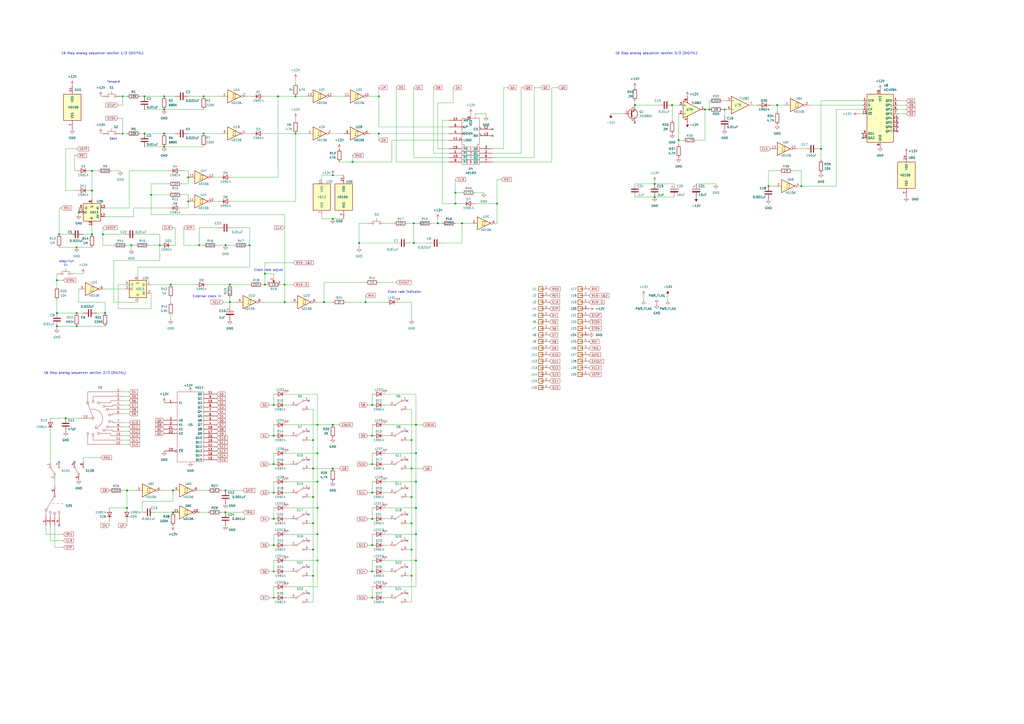
<source format=kicad_sch>
(kicad_sch (version 20211123) (generator eeschema)
  (paper "A2")
  (junction (at 184.15 246.38))
  (junction (at 158.75 331.47))
  (junction (at 95.25 85.09))
  (junction (at 193.04 271.78))
  (junction (at 215.9 269.24))
  (junction (at 184.15 262.89))
  (junction (at 219.71 55.88))
  (junction (at 165.1 165.1))
  (junction (at 92.71 142.24))
  (junction (at 379.73 114.3))
  (junction (at 158.75 316.23))
  (junction (at 181.61 288.29))
  (junction (at 53.34 110.49))
  (junction (at 118.11 77.47))
  (junction (at 181.61 255.27))
  (junction (at 193.04 101.6))
  (junction (at 83.82 77.47))
  (junction (at 38.1 242.57))
  (junction (at 238.76 288.29))
  (junction (at 71.12 77.47))
  (junction (at 193.04 127))
  (junction (at 238.76 271.78))
  (junction (at 241.3 325.12))
  (junction (at 95.25 55.88))
  (junction (at 71.12 55.88))
  (junction (at 100.33 284.48))
  (junction (at 73.66 284.48))
  (junction (at 411.48 63.5))
  (junction (at 445.77 107.95))
  (junction (at 238.76 255.27))
  (junction (at 133.35 175.26))
  (junction (at 184.15 294.64))
  (junction (at 238.76 318.77))
  (junction (at 215.9 346.71))
  (junction (at 267.97 129.54))
  (junction (at 161.29 55.88))
  (junction (at 33.02 181.61))
  (junction (at 181.61 303.53))
  (junction (at 241.3 309.88))
  (junction (at 158.75 300.99))
  (junction (at 44.45 189.23))
  (junction (at 215.9 234.95))
  (junction (at 158.75 346.71))
  (junction (at 215.9 300.99))
  (junction (at 171.45 55.88))
  (junction (at 158.75 285.75))
  (junction (at 73.66 294.64))
  (junction (at 464.82 107.95))
  (junction (at 158.75 252.73))
  (junction (at 109.22 102.87))
  (junction (at 187.96 175.26))
  (junction (at 264.16 118.11))
  (junction (at 181.61 271.78))
  (junction (at 184.15 325.12))
  (junction (at 133.35 165.1))
  (junction (at 420.37 63.5))
  (junction (at 59.69 135.89))
  (junction (at 130.81 284.48))
  (junction (at 212.09 175.26))
  (junction (at 87.63 113.03))
  (junction (at 44.45 143.51))
  (junction (at 144.78 142.24))
  (junction (at 60.96 181.61))
  (junction (at 153.67 158.75))
  (junction (at 115.57 142.24))
  (junction (at 171.45 77.47))
  (junction (at 33.02 162.56))
  (junction (at 476.25 86.36))
  (junction (at 181.61 318.77))
  (junction (at 53.34 135.89))
  (junction (at 241.3 246.38))
  (junction (at 181.61 334.01))
  (junction (at 219.71 77.47))
  (junction (at 53.34 99.06))
  (junction (at 393.7 81.28))
  (junction (at 158.75 234.95))
  (junction (at 238.76 334.01))
  (junction (at 130.81 142.24))
  (junction (at 100.33 297.18))
  (junction (at 215.9 285.75))
  (junction (at 95.25 63.5))
  (junction (at 165.1 175.26))
  (junction (at 254 129.54))
  (junction (at 204.47 93.98))
  (junction (at 241.3 294.64))
  (junction (at 288.29 118.11))
  (junction (at 215.9 331.47))
  (junction (at 184.15 279.4))
  (junction (at 241.3 279.4))
  (junction (at 45.72 123.19))
  (junction (at 95.25 77.47))
  (junction (at 379.73 106.68))
  (junction (at 184.15 309.88))
  (junction (at 241.3 262.89))
  (junction (at 76.2 142.24))
  (junction (at 208.28 140.97))
  (junction (at 158.75 269.24))
  (junction (at 153.67 165.1))
  (junction (at 215.9 252.73))
  (junction (at 238.76 303.53))
  (junction (at 109.22 116.84))
  (junction (at 215.9 316.23))
  (junction (at 130.81 297.18))
  (junction (at 408.94 63.5))
  (junction (at 450.85 60.96))
  (junction (at 389.89 60.96))
  (junction (at 33.02 189.23))
  (junction (at 240.03 140.97))
  (junction (at 99.06 165.1))
  (junction (at 193.04 246.38))
  (junction (at 118.11 55.88))
  (junction (at 83.82 55.88))
  (junction (at 44.45 181.61))
  (junction (at 240.03 129.54))
  (junction (at 368.3 60.96))
  (junction (at 34.29 135.89))
  (junction (at 264.16 111.76))
  (no_connect (at 520.7 71.12))
  (no_connect (at 520.7 73.66))
  (no_connect (at 520.7 68.58))
  (no_connect (at 520.7 76.2))
  (no_connect (at 500.38 77.47))
  (no_connect (at 500.38 80.01))
  (no_connect (at 34.29 267.97))
  (no_connect (at 43.18 267.97))
  (no_connect (at 236.22 232.41))
  (no_connect (at 179.07 232.41))
  (no_connect (at 34.29 304.8))
  (no_connect (at 179.07 266.7))
  (no_connect (at 179.07 250.19))
  (no_connect (at 179.07 328.93))
  (no_connect (at 179.07 344.17))
  (no_connect (at 179.07 313.69))
  (no_connect (at 179.07 298.45))
  (no_connect (at 179.07 283.21))
  (no_connect (at 236.22 328.93))
  (no_connect (at 236.22 313.69))
  (no_connect (at 236.22 344.17))
  (no_connect (at 236.22 298.45))
  (no_connect (at 236.22 266.7))
  (no_connect (at 236.22 283.21))
  (no_connect (at 236.22 250.19))
  (no_connect (at 368.3 71.12))
  (no_connect (at 285.75 78.74))
  (no_connect (at 285.75 74.93))
  (wire (pts (xy 156.21 300.99) (xy 158.75 300.99)))
  (wire (pts (xy 87.63 170.18) (xy 87.63 179.07)))
  (wire (pts (xy 58.42 55.88) (xy 59.69 55.88)))
  (wire (pts (xy 520.7 58.42) (xy 525.78 58.42)))
  (wire (pts (xy 34.29 143.51) (xy 44.45 143.51)))
  (wire (pts (xy 158.75 228.6) (xy 158.75 234.95)))
  (wire (pts (xy 74.93 120.65) (xy 74.93 99.06)))
  (wire (pts (xy 158.75 294.64) (xy 158.75 300.99)))
  (wire (pts (xy 100.33 142.24) (xy 101.6 142.24)))
  (wire (pts (xy 240.03 91.44) (xy 260.35 91.44)))
  (wire (pts (xy 59.69 132.08) (xy 59.69 135.89)))
  (wire (pts (xy 73.66 142.24) (xy 76.2 142.24)))
  (wire (pts (xy 71.12 232.41) (xy 74.93 232.41)))
  (wire (pts (xy 223.52 285.75) (xy 226.06 285.75)))
  (wire (pts (xy 80.01 135.89) (xy 92.71 135.89)))
  (wire (pts (xy 184.15 262.89) (xy 184.15 279.4)))
  (wire (pts (xy 186.69 104.14) (xy 186.69 101.6)))
  (wire (pts (xy 44.45 86.36) (xy 38.1 86.36)))
  (wire (pts (xy 171.45 55.88) (xy 177.8 55.88)))
  (wire (pts (xy 285.75 88.9) (xy 302.26 88.9)))
  (wire (pts (xy 33.02 162.56) (xy 36.83 162.56)))
  (wire (pts (xy 238.76 288.29) (xy 238.76 303.53)))
  (wire (pts (xy 43.18 99.06) (xy 44.45 99.06)))
  (wire (pts (xy 219.71 73.66) (xy 260.35 73.66)))
  (wire (pts (xy 71.12 227.33) (xy 74.93 227.33)))
  (wire (pts (xy 285.75 93.98) (xy 320.04 93.98)))
  (wire (pts (xy 292.1 86.36) (xy 292.1 50.8)))
  (wire (pts (xy 45.72 120.65) (xy 45.72 123.19)))
  (wire (pts (xy 166.37 279.4) (xy 184.15 279.4)))
  (wire (pts (xy 129.54 175.26) (xy 133.35 175.26)))
  (wire (pts (xy 38.1 242.57) (xy 45.72 242.57)))
  (wire (pts (xy 166.37 246.38) (xy 184.15 246.38)))
  (wire (pts (xy 53.34 110.49) (xy 53.34 115.57)))
  (wire (pts (xy 66.04 151.13) (xy 92.71 151.13)))
  (wire (pts (xy 368.3 60.96) (xy 382.27 60.96)))
  (wire (pts (xy 354.33 66.04) (xy 360.68 66.04)))
  (wire (pts (xy 81.28 55.88) (xy 83.82 55.88)))
  (wire (pts (xy 53.34 130.81) (xy 53.34 135.89)))
  (wire (pts (xy 171.45 45.72) (xy 171.45 48.26)))
  (wire (pts (xy 267.97 140.97) (xy 256.54 140.97)))
  (wire (pts (xy 106.68 132.08) (xy 106.68 142.24)))
  (wire (pts (xy 215.9 279.4) (xy 215.9 285.75)))
  (wire (pts (xy 241.3 309.88) (xy 241.3 325.12)))
  (wire (pts (xy 71.12 55.88) (xy 73.66 55.88)))
  (wire (pts (xy 186.69 127) (xy 186.69 124.46)))
  (wire (pts (xy 219.71 55.88) (xy 219.71 73.66)))
  (wire (pts (xy 379.73 106.68) (xy 391.16 106.68)))
  (wire (pts (xy 26.67 304.8) (xy 26.67 309.88)))
  (wire (pts (xy 387.35 171.45) (xy 387.35 173.99)))
  (wire (pts (xy 158.75 309.88) (xy 158.75 316.23)))
  (wire (pts (xy 31.75 304.8) (xy 31.75 317.5)))
  (wire (pts (xy 186.69 101.6) (xy 193.04 101.6)))
  (wire (pts (xy 64.77 99.06) (xy 69.85 99.06)))
  (wire (pts (xy 181.61 237.49) (xy 181.61 255.27)))
  (wire (pts (xy 38.1 86.36) (xy 38.1 110.49)))
  (wire (pts (xy 238.76 271.78) (xy 238.76 288.29)))
  (wire (pts (xy 165.1 165.1) (xy 170.18 165.1)))
  (wire (pts (xy 227.33 81.28) (xy 227.33 93.98)))
  (wire (pts (xy 53.34 99.06) (xy 57.15 99.06)))
  (wire (pts (xy 215.9 325.12) (xy 215.9 331.47)))
  (wire (pts (xy 208.28 140.97) (xy 208.28 143.51)))
  (wire (pts (xy 273.05 66.04) (xy 273.05 68.58)))
  (wire (pts (xy 76.2 142.24) (xy 78.74 142.24)))
  (wire (pts (xy 393.7 81.28) (xy 393.7 83.82)))
  (wire (pts (xy 71.12 229.87) (xy 74.93 229.87)))
  (wire (pts (xy 134.62 132.08) (xy 144.78 132.08)))
  (wire (pts (xy 90.17 297.18) (xy 100.33 297.18)))
  (wire (pts (xy 77.47 125.73) (xy 77.47 120.65)))
  (wire (pts (xy 223.52 331.47) (xy 226.06 331.47)))
  (wire (pts (xy 403.86 106.68) (xy 415.29 106.68)))
  (wire (pts (xy 236.22 271.78) (xy 238.76 271.78)))
  (wire (pts (xy 238.76 237.49) (xy 238.76 255.27)))
  (wire (pts (xy 71.12 247.65) (xy 74.93 247.65)))
  (wire (pts (xy 184.15 279.4) (xy 184.15 294.64)))
  (wire (pts (xy 80.01 175.26) (xy 66.04 175.26)))
  (wire (pts (xy 29.21 250.19) (xy 29.21 267.97)))
  (wire (pts (xy 254 59.69) (xy 254 86.36)))
  (wire (pts (xy 238.76 318.77) (xy 238.76 334.01)))
  (wire (pts (xy 179.07 303.53) (xy 181.61 303.53)))
  (wire (pts (xy 256.54 118.11) (xy 264.16 118.11)))
  (wire (pts (xy 109.22 113.03) (xy 109.22 116.84)))
  (wire (pts (xy 184.15 309.88) (xy 184.15 325.12)))
  (wire (pts (xy 238.76 255.27) (xy 238.76 271.78)))
  (wire (pts (xy 97.79 106.68) (xy 87.63 106.68)))
  (wire (pts (xy 389.89 60.96) (xy 389.89 69.85)))
  (wire (pts (xy 60.96 175.26) (xy 60.96 181.61)))
  (wire (pts (xy 302.26 50.8) (xy 303.53 50.8)))
  (wire (pts (xy 184.15 228.6) (xy 184.15 246.38)))
  (wire (pts (xy 469.9 60.96) (xy 500.38 60.96)))
  (wire (pts (xy 184.15 294.64) (xy 184.15 309.88)))
  (wire (pts (xy 260.35 88.9) (xy 251.46 88.9)))
  (wire (pts (xy 240.03 50.8) (xy 240.03 91.44)))
  (wire (pts (xy 33.02 189.23) (xy 33.02 190.5)))
  (wire (pts (xy 133.35 172.72) (xy 133.35 175.26)))
  (wire (pts (xy 281.94 66.04) (xy 281.94 67.31)))
  (wire (pts (xy 99.06 172.72) (xy 99.06 175.26)))
  (wire (pts (xy 52.07 99.06) (xy 53.34 99.06)))
  (wire (pts (xy 31.75 278.13) (xy 31.75 281.94)))
  (wire (pts (xy 447.04 60.96) (xy 450.85 60.96)))
  (wire (pts (xy 171.45 68.58) (xy 171.45 69.85)))
  (wire (pts (xy 71.12 77.47) (xy 73.66 77.47)))
  (wire (pts (xy 106.68 142.24) (xy 115.57 142.24)))
  (wire (pts (xy 71.12 250.19) (xy 74.93 250.19)))
  (wire (pts (xy 368.3 114.3) (xy 379.73 114.3)))
  (wire (pts (xy 241.3 228.6) (xy 241.3 246.38)))
  (wire (pts (xy 208.28 129.54) (xy 208.28 140.97)))
  (wire (pts (xy 63.5 302.26) (xy 63.5 304.8)))
  (wire (pts (xy 171.45 77.47) (xy 177.8 77.47)))
  (wire (pts (xy 219.71 163.83) (xy 229.87 163.83)))
  (wire (pts (xy 215.9 340.36) (xy 215.9 346.71)))
  (wire (pts (xy 213.36 234.95) (xy 215.9 234.95)))
  (wire (pts (xy 156.21 331.47) (xy 158.75 331.47)))
  (wire (pts (xy 419.1 63.5) (xy 420.37 63.5)))
  (wire (pts (xy 179.07 318.77) (xy 181.61 318.77)))
  (wire (pts (xy 187.96 175.26) (xy 193.04 175.26)))
  (wire (pts (xy 153.67 158.75) (xy 158.75 158.75)))
  (wire (pts (xy 285.75 91.44) (xy 309.88 91.44)))
  (wire (pts (xy 48.26 267.97) (xy 48.26 265.43)))
  (wire (pts (xy 267.97 129.54) (xy 273.05 129.54)))
  (wire (pts (xy 153.67 165.1) (xy 153.67 158.75)))
  (wire (pts (xy 445.77 107.95) (xy 449.58 107.95)))
  (wire (pts (xy 153.67 55.88) (xy 161.29 55.88)))
  (wire (pts (xy 223.52 325.12) (xy 241.3 325.12)))
  (wire (pts (xy 33.02 173.99) (xy 33.02 181.61)))
  (wire (pts (xy 436.88 60.96) (xy 439.42 60.96)))
  (wire (pts (xy 184.15 175.26) (xy 187.96 175.26)))
  (wire (pts (xy 133.35 165.1) (xy 144.78 165.1)))
  (wire (pts (xy 87.63 113.03) (xy 97.79 113.03)))
  (wire (pts (xy 43.18 90.17) (xy 43.18 99.06)))
  (wire (pts (xy 403.86 81.28) (xy 408.94 81.28)))
  (wire (pts (xy 181.61 255.27) (xy 181.61 271.78)))
  (wire (pts (xy 80.01 154.94) (xy 144.78 154.94)))
  (wire (pts (xy 179.07 334.01) (xy 181.61 334.01)))
  (wire (pts (xy 125.73 142.24) (xy 130.81 142.24)))
  (wire (pts (xy 223.52 246.38) (xy 241.3 246.38)))
  (wire (pts (xy 152.4 165.1) (xy 153.67 165.1)))
  (wire (pts (xy 34.29 135.89) (xy 34.29 120.65)))
  (wire (pts (xy 58.42 77.47) (xy 59.69 77.47)))
  (wire (pts (xy 66.04 142.24) (xy 59.69 142.24)))
  (wire (pts (xy 212.09 175.26) (xy 223.52 175.26)))
  (wire (pts (xy 76.2 142.24) (xy 76.2 144.78)))
  (wire (pts (xy 187.96 175.26) (xy 187.96 163.83)))
  (wire (pts (xy 184.15 340.36) (xy 166.37 340.36)))
  (wire (pts (xy 45.72 123.19) (xy 45.72 124.46)))
  (wire (pts (xy 71.12 234.95) (xy 74.93 234.95)))
  (wire (pts (xy 267.97 129.54) (xy 267.97 140.97)))
  (wire (pts (xy 158.75 325.12) (xy 158.75 331.47)))
  (wire (pts (xy 368.3 106.68) (xy 379.73 106.68)))
  (wire (pts (xy 143.51 55.88) (xy 146.05 55.88)))
  (wire (pts (xy 92.71 142.24) (xy 86.36 142.24)))
  (wire (pts (xy 275.59 68.58) (xy 275.59 66.04)))
  (wire (pts (xy 158.75 262.89) (xy 158.75 269.24)))
  (wire (pts (xy 38.1 110.49) (xy 44.45 110.49)))
  (wire (pts (xy 309.88 50.8) (xy 313.69 50.8)))
  (wire (pts (xy 213.36 331.47) (xy 215.9 331.47)))
  (wire (pts (xy 223.52 294.64) (xy 241.3 294.64)))
  (wire (pts (xy 219.71 50.8) (xy 219.71 55.88)))
  (wire (pts (xy 459.74 99.06) (xy 464.82 99.06)))
  (wire (pts (xy 69.85 77.47) (xy 71.12 77.47)))
  (wire (pts (xy 87.63 124.46) (xy 165.1 124.46)))
  (wire (pts (xy 73.66 284.48) (xy 73.66 294.64)))
  (wire (pts (xy 95.25 63.5) (xy 118.11 63.5)))
  (wire (pts (xy 241.3 279.4) (xy 241.3 294.64)))
  (wire (pts (xy 95.25 85.09) (xy 118.11 85.09)))
  (wire (pts (xy 166.37 285.75) (xy 168.91 285.75)))
  (wire (pts (xy 179.07 271.78) (xy 181.61 271.78)))
  (wire (pts (xy 288.29 118.11) (xy 288.29 104.14)))
  (wire (pts (xy 254 129.54) (xy 256.54 129.54)))
  (wire (pts (xy 115.57 132.08) (xy 115.57 142.24)))
  (wire (pts (xy 264.16 104.14) (xy 264.16 111.76)))
  (wire (pts (xy 241.3 294.64) (xy 241.3 309.88)))
  (wire (pts (xy 213.36 316.23) (xy 215.9 316.23)))
  (wire (pts (xy 238.76 349.25) (xy 236.22 349.25)))
  (wire (pts (xy 497.84 66.04) (xy 500.38 66.04)))
  (wire (pts (xy 93.98 284.48) (xy 100.33 284.48)))
  (wire (pts (xy 156.21 234.95) (xy 158.75 234.95)))
  (wire (pts (xy 144.78 154.94) (xy 144.78 142.24)))
  (wire (pts (xy 71.12 257.81) (xy 74.93 257.81)))
  (wire (pts (xy 181.61 288.29) (xy 181.61 303.53)))
  (wire (pts (xy 45.72 175.26) (xy 60.96 175.26)))
  (wire (pts (xy 181.61 334.01) (xy 181.61 349.25)))
  (wire (pts (xy 73.66 302.26) (xy 73.66 304.8)))
  (wire (pts (xy 128.27 284.48) (xy 130.81 284.48)))
  (wire (pts (xy 109.22 55.88) (xy 118.11 55.88)))
  (wire (pts (xy 223.52 228.6) (xy 241.3 228.6)))
  (wire (pts (xy 223.52 252.73) (xy 226.06 252.73)))
  (wire (pts (xy 213.36 269.24) (xy 215.9 269.24)))
  (wire (pts (xy 29.21 242.57) (xy 38.1 242.57)))
  (wire (pts (xy 156.21 285.75) (xy 158.75 285.75)))
  (wire (pts (xy 95.25 55.88) (xy 101.6 55.88)))
  (wire (pts (xy 34.29 120.65) (xy 35.56 120.65)))
  (wire (pts (xy 83.82 55.88) (xy 95.25 55.88)))
  (wire (pts (xy 500.38 63.5) (xy 485.14 63.5)))
  (wire (pts (xy 87.63 165.1) (xy 99.06 165.1)))
  (wire (pts (xy 68.58 165.1) (xy 72.39 165.1)))
  (wire (pts (xy 109.22 120.65) (xy 105.41 120.65)))
  (wire (pts (xy 101.6 142.24) (xy 101.6 132.08)))
  (wire (pts (xy 81.28 77.47) (xy 83.82 77.47)))
  (wire (pts (xy 60.96 120.65) (xy 74.93 120.65)))
  (wire (pts (xy 109.22 116.84) (xy 109.22 120.65)))
  (wire (pts (xy 63.5 294.64) (xy 73.66 294.64)))
  (wire (pts (xy 87.63 106.68) (xy 87.63 113.03)))
  (wire (pts (xy 267.97 118.11) (xy 264.16 118.11)))
  (wire (pts (xy 153.67 165.1) (xy 154.94 165.1)))
  (wire (pts (xy 288.29 104.14) (xy 290.83 104.14)))
  (wire (pts (xy 124.46 102.87) (xy 127 102.87)))
  (wire (pts (xy 204.47 90.17) (xy 204.47 93.98)))
  (wire (pts (xy 166.37 294.64) (xy 184.15 294.64)))
  (wire (pts (xy 193.04 55.88) (xy 199.39 55.88)))
  (wire (pts (xy 393.7 66.04) (xy 393.7 81.28)))
  (wire (pts (xy 83.82 77.47) (xy 95.25 77.47)))
  (wire (pts (xy 161.29 102.87) (xy 134.62 102.87)))
  (wire (pts (xy 87.63 179.07) (xy 68.58 179.07)))
  (wire (pts (xy 450.85 60.96) (xy 450.85 64.77)))
  (wire (pts (xy 100.33 290.83) (xy 100.33 284.48)))
  (wire (pts (xy 144.78 132.08) (xy 144.78 142.24)))
  (wire (pts (xy 219.71 77.47) (xy 219.71 81.28)))
  (wire (pts (xy 368.3 58.42) (xy 368.3 60.96)))
  (wire (pts (xy 193.04 246.38) (xy 196.85 246.38)))
  (wire (pts (xy 53.34 110.49) (xy 52.07 110.49)))
  (wire (pts (xy 260.35 93.98) (xy 229.87 93.98)))
  (wire (pts (xy 166.37 316.23) (xy 168.91 316.23)))
  (wire (pts (xy 264.16 111.76) (xy 267.97 111.76)))
  (wire (pts (xy 420.37 63.5) (xy 421.64 63.5)))
  (wire (pts (xy 238.76 175.26) (xy 238.76 185.42)))
  (wire (pts (xy 74.93 99.06) (xy 97.79 99.06)))
  (wire (pts (xy 171.45 116.84) (xy 134.62 116.84)))
  (wire (pts (xy 87.63 113.03) (xy 87.63 124.46)))
  (wire (pts (xy 181.61 349.25) (xy 179.07 349.25)))
  (wire (pts (xy 82.55 297.18) (xy 82.55 290.83)))
  (wire (pts (xy 236.22 255.27) (xy 238.76 255.27)))
  (wire (pts (xy 213.36 346.71) (xy 215.9 346.71)))
  (wire (pts (xy 165.1 165.1) (xy 162.56 165.1)))
  (wire (pts (xy 31.75 317.5) (xy 36.83 317.5)))
  (wire (pts (xy 166.37 228.6) (xy 184.15 228.6)))
  (wire (pts (xy 109.22 77.47) (xy 118.11 77.47)))
  (wire (pts (xy 223.52 316.23) (xy 226.06 316.23)))
  (wire (pts (xy 127 132.08) (xy 115.57 132.08)))
  (wire (pts (xy 55.88 181.61) (xy 60.96 181.61)))
  (wire (pts (xy 215.9 246.38) (xy 215.9 252.73)))
  (wire (pts (xy 95.25 77.47) (xy 101.6 77.47)))
  (wire (pts (xy 223.52 300.99) (xy 226.06 300.99)))
  (wire (pts (xy 212.09 171.45) (xy 212.09 175.26)))
  (wire (pts (xy 223.52 129.54) (xy 228.6 129.54)))
  (wire (pts (xy 133.35 175.26) (xy 137.16 175.26)))
  (wire (pts (xy 214.63 55.88) (xy 219.71 55.88)))
  (wire (pts (xy 238.76 271.78) (xy 245.11 271.78)))
  (wire (pts (xy 275.59 118.11) (xy 288.29 118.11)))
  (wire (pts (xy 229.87 93.98) (xy 229.87 50.8)))
  (wire (pts (xy 143.51 77.47) (xy 146.05 77.47)))
  (wire (pts (xy 389.89 60.96) (xy 393.7 60.96)))
  (wire (pts (xy 476.25 86.36) (xy 476.25 92.71)))
  (wire (pts (xy 45.72 167.64) (xy 45.72 175.26)))
  (wire (pts (xy 181.61 303.53) (xy 181.61 318.77)))
  (wire (pts (xy 109.22 99.06) (xy 109.22 102.87)))
  (wire (pts (xy 292.1 50.8) (xy 294.64 50.8)))
  (wire (pts (xy 118.11 77.47) (xy 128.27 77.47)))
  (wire (pts (xy 48.26 135.89) (xy 53.34 135.89)))
  (wire (pts (xy 133.35 177.8) (xy 133.35 175.26)))
  (wire (pts (xy 153.67 158.75) (xy 153.67 152.4)))
  (wire (pts (xy 215.9 228.6) (xy 215.9 234.95)))
  (wire (pts (xy 165.1 124.46) (xy 165.1 165.1)))
  (wire (pts (xy 379.73 105.41) (xy 379.73 106.68)))
  (wire (pts (xy 71.12 60.96) (xy 71.12 55.88)))
  (wire (pts (xy 393.7 81.28) (xy 396.24 81.28)))
  (wire (pts (xy 161.29 55.88) (xy 171.45 55.88)))
  (wire (pts (xy 101.6 132.08) (xy 100.33 132.08)))
  (wire (pts (xy 193.04 101.6) (xy 199.39 101.6)))
  (wire (pts (xy 115.57 142.24) (xy 118.11 142.24)))
  (wire (pts (xy 420.37 63.5) (xy 420.37 67.31)))
  (wire (pts (xy 193.04 127) (xy 186.69 127)))
  (wire (pts (xy 33.02 181.61) (xy 44.45 181.61)))
  (wire (pts (xy 59.69 142.24) (xy 59.69 135.89)))
  (wire (pts (xy 105.41 113.03) (xy 109.22 113.03)))
  (wire (pts (xy 236.22 318.77) (xy 238.76 318.77)))
  (wire (pts (xy 130.81 142.24) (xy 135.89 142.24)))
  (wire (pts (xy 223.52 279.4) (xy 241.3 279.4)))
  (wire (pts (xy 223.52 269.24) (xy 226.06 269.24)))
  (wire (pts (xy 109.22 106.68) (xy 105.41 106.68)))
  (wire (pts (xy 223.52 262.89) (xy 241.3 262.89)))
  (wire (pts (xy 213.36 252.73) (xy 215.9 252.73)))
  (wire (pts (xy 215.9 262.89) (xy 215.9 269.24)))
  (wire (pts (xy 464.82 99.06) (xy 464.82 107.95)))
  (wire (pts (xy 161.29 55.88) (xy 161.29 102.87)))
  (wire (pts (xy 215.9 294.64) (xy 215.9 300.99)))
  (wire (pts (xy 181.61 318.77) (xy 181.61 334.01)))
  (wire (pts (xy 69.85 55.88) (xy 71.12 55.88)))
  (wire (pts (xy 82.55 290.83) (xy 100.33 290.83)))
  (wire (pts (xy 158.75 279.4) (xy 158.75 285.75)))
  (wire (pts (xy 236.22 288.29) (xy 238.76 288.29)))
  (wire (pts (xy 44.45 90.17) (xy 43.18 90.17)))
  (wire (pts (xy 166.37 309.88) (xy 184.15 309.88)))
  (wire (pts (xy 250.19 129.54) (xy 254 129.54)))
  (wire (pts (xy 153.67 77.47) (xy 171.45 77.47)))
  (wire (pts (xy 153.67 152.4) (xy 170.18 152.4)))
  (wire (pts (xy 184.15 325.12) (xy 184.15 340.36)))
  (wire (pts (xy 60.96 125.73) (xy 77.47 125.73)))
  (wire (pts (xy 184.15 246.38) (xy 193.04 246.38)))
  (wire (pts (xy 476.25 58.42) (xy 500.38 58.42)))
  (wire (pts (xy 200.66 175.26) (xy 212.09 175.26)))
  (wire (pts (xy 196.85 93.98) (xy 204.47 93.98)))
  (wire (pts (xy 254 86.36) (xy 260.35 86.36)))
  (wire (pts (xy 184.15 246.38) (xy 184.15 262.89)))
  (wire (pts (xy 264.16 129.54) (xy 267.97 129.54)))
  (wire (pts (xy 445.77 107.95) (xy 445.77 99.06)))
  (wire (pts (xy 223.52 346.71) (xy 226.06 346.71)))
  (wire (pts (xy 476.25 86.36) (xy 476.25 58.42)))
  (wire (pts (xy 187.96 163.83) (xy 212.09 163.83)))
  (wire (pts (xy 411.48 58.42) (xy 411.48 63.5)))
  (wire (pts (xy 166.37 346.71) (xy 168.91 346.71)))
  (wire (pts (xy 43.18 158.75) (xy 48.26 158.75)))
  (wire (pts (xy 450.85 60.96) (xy 454.66 60.96)))
  (wire (pts (xy 158.75 246.38) (xy 158.75 252.73)))
  (wire (pts (xy 166.37 331.47) (xy 168.91 331.47)))
  (wire (pts (xy 213.36 285.75) (xy 215.9 285.75)))
  (wire (pts (xy 158.75 340.36) (xy 158.75 346.71)))
  (wire (pts (xy 124.46 116.84) (xy 127 116.84)))
  (wire (pts (xy 165.1 175.26) (xy 168.91 175.26)))
  (wire (pts (xy 166.37 252.73) (xy 168.91 252.73)))
  (wire (pts (xy 44.45 189.23) (xy 60.96 189.23)))
  (wire (pts (xy 33.02 162.56) (xy 33.02 166.37)))
  (wire (pts (xy 238.76 334.01) (xy 238.76 349.25)))
  (wire (pts (xy 68.58 68.58) (xy 71.12 68.58)))
  (wire (pts (xy 179.07 255.27) (xy 181.61 255.27)))
  (wire (pts (xy 105.41 99.06) (xy 109.22 99.06)))
  (wire (pts (xy 120.65 165.1) (xy 133.35 165.1)))
  (wire (pts (xy 68.58 179.07) (xy 68.58 165.1)))
  (wire (pts (xy 204.47 93.98) (xy 227.33 93.98)))
  (wire (pts (xy 99.06 165.1) (xy 113.03 165.1)))
  (wire (pts (xy 179.07 288.29) (xy 181.61 288.29)))
  (wire (pts (xy 214.63 77.47) (xy 219.71 77.47)))
  (wire (pts (xy 520.7 63.5) (xy 525.78 63.5)))
  (wire (pts (xy 256.54 69.85) (xy 256.54 118.11)))
  (wire (pts (xy 71.12 240.03) (xy 74.93 240.03)))
  (wire (pts (xy 241.3 246.38) (xy 245.11 246.38)))
  (wire (pts (xy 83.82 85.09) (xy 95.25 85.09)))
  (wire (pts (xy 231.14 175.26) (xy 238.76 175.26)))
  (wire (pts (xy 213.36 129.54) (xy 208.28 129.54)))
  (wire (pts (xy 166.37 234.95) (xy 168.91 234.95)))
  (wire (pts (xy 34.29 135.89) (xy 40.64 135.89)))
  (wire (pts (xy 373.38 171.45) (xy 373.38 173.99)))
  (wire (pts (xy 309.88 91.44) (xy 309.88 50.8)))
  (wire (pts (xy 260.35 81.28) (xy 227.33 81.28)))
  (wire (pts (xy 223.52 234.95) (xy 226.06 234.95)))
  (wire (pts (xy 60.96 167.64) (xy 72.39 167.64)))
  (wire (pts (xy 68.58 60.96) (xy 71.12 60.96)))
  (wire (pts (xy 474.98 86.36) (xy 476.25 86.36)))
  (wire (pts (xy 166.37 325.12) (xy 184.15 325.12)))
  (wire (pts (xy 236.22 237.49) (xy 238.76 237.49)))
  (wire (pts (xy 302.26 88.9) (xy 302.26 50.8)))
  (wire (pts (xy 520.7 60.96) (xy 525.78 60.96)))
  (wire (pts (xy 48.26 265.43) (xy 58.42 265.43)))
  (wire (pts (xy 29.21 304.8) (xy 29.21 313.69)))
  (wire (pts (xy 92.71 151.13) (xy 92.71 142.24)))
  (wire (pts (xy 241.3 340.36) (xy 223.52 340.36)))
  (wire (pts (xy 236.22 303.53) (xy 238.76 303.53)))
  (wire (pts (xy 215.9 309.88) (xy 215.9 316.23)))
  (wire (pts (xy 485.14 107.95) (xy 464.82 107.95)))
  (wire (pts (xy 238.76 303.53) (xy 238.76 318.77)))
  (wire (pts (xy 53.34 99.06) (xy 53.34 110.49)))
  (wire (pts (xy 44.45 143.51) (xy 53.34 143.51)))
  (wire (pts (xy 99.06 182.88) (xy 99.06 185.42)))
  (wire (pts (xy 241.3 325.12) (xy 241.3 340.36)))
  (wire (pts (xy 408.94 63.5) (xy 411.48 63.5)))
  (wire (pts (xy 156.21 252.73) (xy 158.75 252.73)))
  (wire (pts (xy 44.45 181.61) (xy 48.26 181.61)))
  (wire (pts (xy 236.22 129.54) (xy 240.03 129.54)))
  (wire (pts (xy 158.75 158.75) (xy 158.75 161.29)))
  (wire (pts (xy 445.77 99.06) (xy 452.12 99.06)))
  (wire (pts (xy 240.03 129.54) (xy 240.03 140.97)))
  (wire (pts (xy 223.52 309.88) (xy 241.3 309.88)))
  (wire (pts (xy 144.78 142.24) (xy 143.51 142.24)))
  (wire (pts (xy 320.04 50.8) (xy 323.85 50.8)))
  (wire (pts (xy 408.94 81.28) (xy 408.94 63.5)))
  (wire (pts (xy 71.12 284.48) (xy 73.66 284.48)))
  (wire (pts (xy 130.81 284.48) (xy 140.97 284.48)))
  (wire (pts (xy 92.71 135.89) (xy 92.71 142.24)))
  (wire (pts (xy 29.21 313.69) (xy 36.83 313.69)))
  (wire (pts (xy 26.67 309.88) (xy 36.83 309.88)))
  (wire (pts (xy 115.57 284.48) (xy 120.65 284.48)))
  (wire (pts (xy 33.02 158.75) (xy 33.02 162.56)))
  (wire (pts (xy 71.12 252.73) (xy 74.93 252.73)))
  (wire (pts (xy 275.59 66.04) (xy 281.94 66.04)))
  (wire (pts (xy 251.46 50.8) (xy 251.46 88.9)))
  (wire (pts (xy 288.29 118.11) (xy 288.29 129.54)))
  (wire (pts (xy 485.14 63.5) (xy 485.14 107.95)))
  (wire (pts (xy 66.04 175.26) (xy 66.04 151.13)))
  (wire (pts (xy 379.73 114.3) (xy 391.16 114.3)))
  (wire (pts (xy 240.03 140.97) (xy 237.49 140.97)))
  (wire (pts (xy 240.03 129.54) (xy 242.57 129.54)))
  (wire (pts (xy 219.71 77.47) (xy 260.35 77.47)))
  (wire (pts (xy 285.75 86.36) (xy 292.1 86.36)))
  (wire (pts (xy 241.3 262.89) (xy 241.3 279.4)))
  (wire (pts (xy 462.28 86.36) (xy 467.36 86.36)))
  (wire (pts (xy 264.16 111.76) (xy 264.16 118.11)))
  (wire (pts (xy 59.69 135.89) (xy 72.39 135.89)))
  (wire (pts (xy 171.45 77.47) (xy 171.45 116.84)))
  (wire (pts (xy 71.12 237.49) (xy 74.93 237.49)))
  (wire (pts (xy 156.21 316.23) (xy 158.75 316.23)))
  (wire (pts (xy 179.07 237.49) (xy 181.61 237.49)))
  (wire (pts (xy 240.03 140.97) (xy 248.92 140.97)))
  (wire (pts (xy 109.22 102.87) (xy 109.22 106.68)))
  (wire (pts (xy 166.37 262.89) (xy 184.15 262.89)))
  (wire (pts (xy 193.04 77.47) (xy 199.39 77.47)))
  (wire (pts (xy 181.61 271.78) (xy 193.04 271.78)))
  (wire (pts (xy 152.4 175.26) (xy 165.1 175.26)))
  (wire (pts (xy 80.01 160.02) (xy 80.01 154.94)))
  (wire (pts (xy 262.89 50.8) (xy 262.89 59.69)))
  (wire (pts (xy 260.35 69.85) (xy 256.54 69.85)))
  (wire (pts (xy 166.37 269.24) (xy 168.91 269.24)))
  (wire (pts (xy 320.04 93.98) (xy 320.04 50.8)))
  (wire (pts (xy 71.12 68.58) (xy 71.12 77.47)))
  (wire (pts (xy 156.21 346.71) (xy 158.75 346.71)))
  (wire (pts (xy 83.82 63.5) (xy 95.25 63.5)))
  (wire (pts (xy 115.57 297.18) (xy 120.65 297.18)))
  (wire (pts (xy 166.37 300.99) (xy 168.91 300.99)))
  (wire (pts (xy 128.27 297.18) (xy 130.81 297.18)))
  (wire (pts (xy 208.28 140.97) (xy 229.87 140.97)))
  (wire (pts (xy 254 127) (xy 254 129.54)))
  (wire (pts (xy 275.59 111.76) (xy 280.67 111.76)))
  (wire (pts (xy 77.47 120.65) (xy 97.79 120.65)))
  (wire (pts (xy 71.12 245.11) (xy 74.93 245.11)))
  (wire (pts (xy 73.66 284.48) (xy 78.74 284.48)))
  (wire (pts (xy 33.02 189.23) (xy 44.45 189.23)))
  (wire (pts (xy 156.21 269.24) (xy 158.75 269.24)))
  (wire (pts (xy 71.12 255.27) (xy 74.93 255.27)))
  (wire (pts (xy 193.04 271.78) (xy 196.85 271.78)))
  (wire (pts (xy 520.7 66.04) (xy 525.78 66.04)))
  (wire (pts (xy 193.04 127) (xy 199.39 127)))
  (wire (pts (xy 213.36 300.99) (xy 215.9 300.99)))
  (wire (pts (xy 419.1 58.42) (xy 421.64 58.42)))
  (wire (pts (xy 181.61 271.78) (xy 181.61 288.29)))
  (wire (pts (xy 130.81 297.18) (xy 140.97 297.18)))
  (wire (pts (xy 241.3 246.38) (xy 241.3 262.89)))
  (wire (pts (xy 262.89 59.69) (xy 254 59.69)))
  (wire (pts (xy 236.22 334.01) (xy 238.76 334.01)))
  (wire (pts (xy 118.11 55.88) (xy 128.27 55.88)))
  (wire (pts (xy 165.1 175.26) (xy 165.1 165.1)))
  (text "Clock rate adjust" (at 147.32 157.48 0) (effects (font (size 1.27 1.27)) (justify left bottom)))
  (text "16 Step analog sequencer section 1/3 (DIGITAL)" (at 35.56 31.75 0) (effects (font (size 1.27 1.27)) (justify left bottom)))
  (text "16 Step analog sequencer section 2/3 (DIGITAL)" (at 25.4 217.17 0) (effects (font (size 1.27 1.27)) (justify left bottom)))
  (text "back" (at 63.5 81.28 0) (effects (font (size 1.27 1.27)) (justify left bottom)))
  (text "16 Step analog sequencer section 3/3 (DIGITAL)" (at 356.87 31.75 0) (effects (font (size 1.27 1.27)) (justify left bottom)))
  (text "forward" (at 62.23 48.26 0) (effects (font (size 1.27 1.27)) (justify left bottom)))
  (text "Clock rate indicator" (at 224.79 170.18 0) (effects (font (size 1.27 1.27)) (justify left bottom)))
  (text "stop/run\n" (at 34.29 152.4 0) (effects (font (size 1.27 1.27)) (justify left bottom)))
  (text "External clock in" (at 111.76 172.72 0) (effects (font (size 1.27 1.27)) (justify left bottom)))
  (global_label "S6" (shape input) (at 74.93 232.41 0) (property "Intersheet References" "${INTERSHEET_REFS}" (effects hide)))
  (global_label "R19-3" (shape input) (at 170.18 165.1 0) (property "Intersheet References" "${INTERSHEET_REFS}" (effects hide)))
  (global_label "QA" (shape input) (at 95.25 243.84 180) (property "Intersheet References" "${INTERSHEET_REFS}" (effects hide)))
  (global_label "S14" (shape input) (at 125.73 264.16 0) (property "Intersheet References" "${INTERSHEET_REFS}" (effects hide)))
  (global_label "S11" (shape input) (at 213.36 285.75 180) (property "Intersheet References" "${INTERSHEET_REFS}" (effects hide)))
  (global_label "GATE" (shape input) (at 341.63 205.74 0) (property "Intersheet References" "${INTERSHEET_REFS}" (effects hide)))
  (global_label "S2" (shape input) (at 125.73 233.68 0) (property "Intersheet References" "${INTERSHEET_REFS}" (effects hide)))
  (global_label "RND" (shape input) (at 318.77 167.64 0) (property "Intersheet References" "${INTERSHEET_REFS}" (effects hide)))
  (global_label "STUP" (shape input) (at 68.58 60.96 180) (property "Intersheet References" "${INTERSHEET_REFS}" (effects hide)))
  (global_label "RST" (shape input) (at 341.63 198.12 0) (property "Intersheet References" "${INTERSHEET_REFS}" (effects hide)))
  (global_label "DB" (shape input) (at 525.78 60.96 0) (property "Intersheet References" "${INTERSHEET_REFS}" (effects hide)))
  (global_label "S10" (shape input) (at 213.36 269.24 180) (property "Intersheet References" "${INTERSHEET_REFS}" (effects hide)))
  (global_label "S14" (shape input) (at 74.93 255.27 0) (property "Intersheet References" "${INTERSHEET_REFS}" (effects hide)))
  (global_label "QB" (shape input) (at 303.53 50.8 0) (property "Intersheet References" "${INTERSHEET_REFS}" (effects hide)))
  (global_label "S5" (shape input) (at 125.73 241.3 0) (property "Intersheet References" "${INTERSHEET_REFS}" (effects hide)))
  (global_label "XSTP" (shape input) (at 341.63 217.17 0) (property "Intersheet References" "${INTERSHEET_REFS}" (effects hide)))
  (global_label "DA" (shape input) (at 525.78 58.42 0) (property "Intersheet References" "${INTERSHEET_REFS}" (effects hide)))
  (global_label "QA" (shape input) (at 294.64 50.8 0) (property "Intersheet References" "${INTERSHEET_REFS}" (effects hide)))
  (global_label "GB" (shape input) (at 63.5 284.48 180) (property "Intersheet References" "${INTERSHEET_REFS}" (effects hide)))
  (global_label "STRN" (shape input) (at 341.63 190.5 0) (property "Intersheet References" "${INTERSHEET_REFS}" (effects hide)))
  (global_label "S9" (shape input) (at 213.36 252.73 180) (property "Intersheet References" "${INTERSHEET_REFS}" (effects hide)))
  (global_label "QC" (shape input) (at 95.25 248.92 180) (property "Intersheet References" "${INTERSHEET_REFS}" (effects hide)))
  (global_label "S15" (shape input) (at 213.36 346.71 180) (property "Intersheet References" "${INTERSHEET_REFS}" (effects hide)))
  (global_label "S13" (shape input) (at 74.93 252.73 0) (property "Intersheet References" "${INTERSHEET_REFS}" (effects hide)))
  (global_label "RIN" (shape input) (at 341.63 167.64 0) (property "Intersheet References" "${INTERSHEET_REFS}" (effects hide)))
  (global_label "STUP" (shape input) (at 341.63 182.88 0) (property "Intersheet References" "${INTERSHEET_REFS}" (effects hide)))
  (global_label "REV" (shape input) (at 36.83 309.88 0) (property "Intersheet References" "${INTERSHEET_REFS}" (effects hide)))
  (global_label "STDN" (shape input) (at 341.63 186.69 0) (property "Intersheet References" "${INTERSHEET_REFS}" (effects hide)))
  (global_label "S10" (shape input) (at 74.93 245.11 0) (property "Intersheet References" "${INTERSHEET_REFS}" (effects hide)))
  (global_label "TRIG" (shape input) (at 140.97 297.18 0) (property "Intersheet References" "${INTERSHEET_REFS}" (effects hide)))
  (global_label "UP" (shape input) (at 219.71 50.8 0) (property "Intersheet References" "${INTERSHEET_REFS}" (effects hide)))
  (global_label "S6" (shape input) (at 318.77 190.5 0) (property "Intersheet References" "${INTERSHEET_REFS}" (effects hide)))
  (global_label "DC" (shape input) (at 240.03 50.8 0) (property "Intersheet References" "${INTERSHEET_REFS}" (effects hide)))
  (global_label "QD" (shape input) (at 323.85 50.8 0) (property "Intersheet References" "${INTERSHEET_REFS}" (effects hide)))
  (global_label "S0" (shape input) (at 156.21 234.95 180) (property "Intersheet References" "${INTERSHEET_REFS}" (effects hide)))
  (global_label "QD" (shape input) (at 95.25 251.46 180) (property "Intersheet References" "${INTERSHEET_REFS}" (effects hide)))
  (global_label "CBUS" (shape input) (at 196.85 246.38 0) (property "Intersheet References" "${INTERSHEET_REFS}" (effects hide)))
  (global_label "DN" (shape input) (at 219.71 81.28 0) (property "Intersheet References" "${INTERSHEET_REFS}" (effects hide)))
  (global_label "S14" (shape input) (at 318.77 220.98 0) (property "Intersheet References" "${INTERSHEET_REFS}" (effects hide)))
  (global_label "STP" (shape input) (at 318.77 179.07 0) (property "Intersheet References" "${INTERSHEET_REFS}" (effects hide)))
  (global_label "S8" (shape input) (at 318.77 198.12 0) (property "Intersheet References" "${INTERSHEET_REFS}" (effects hide)))
  (global_label "STP" (shape input) (at 106.68 132.08 0) (property "Intersheet References" "${INTERSHEET_REFS}" (effects hide)))
  (global_label "CKOUT" (shape input) (at 229.87 163.83 0) (property "Intersheet References" "${INTERSHEET_REFS}" (effects hide)))
  (global_label "S7" (shape input) (at 74.93 234.95 0) (property "Intersheet References" "${INTERSHEET_REFS}" (effects hide)))
  (global_label "R19-1&2" (shape input) (at 341.63 171.45 0) (property "Intersheet References" "${INTERSHEET_REFS}" (effects hide)))
  (global_label "S9" (shape input) (at 318.77 201.93 0) (property "Intersheet References" "${INTERSHEET_REFS}" (effects hide)))
  (global_label "QB" (shape input) (at 95.25 246.38 180) (property "Intersheet References" "${INTERSHEET_REFS}" (effects hide)))
  (global_label "XCLK" (shape input) (at 341.63 213.36 0) (property "Intersheet References" "${INTERSHEET_REFS}" (effects hide)))
  (global_label "S13" (shape input) (at 125.73 261.62 0) (property "Intersheet References" "${INTERSHEET_REFS}" (effects hide)))
  (global_label "CLK" (shape input) (at 447.04 86.36 180) (property "Intersheet References" "${INTERSHEET_REFS}" (effects hide)))
  (global_label "S6" (shape input) (at 125.73 243.84 0) (property "Intersheet References" "${INTERSHEET_REFS}" (effects hide)))
  (global_label "S12" (shape input) (at 213.36 300.99 180) (property "Intersheet References" "${INTERSHEET_REFS}" (effects hide)))
  (global_label "UP" (shape input) (at 73.66 304.8 180) (property "Intersheet References" "${INTERSHEET_REFS}" (effects hide)))
  (global_label "GB" (shape input) (at 196.85 271.78 0) (property "Intersheet References" "${INTERSHEET_REFS}" (effects hide)))
  (global_label "XSTEP" (shape input) (at 59.69 132.08 0) (property "Intersheet References" "${INTERSHEET_REFS}" (effects hide)))
  (global_label "S13" (shape input) (at 213.36 316.23 180) (property "Intersheet References" "${INTERSHEET_REFS}" (effects hide)))
  (global_label "XSTP" (shape input) (at 44.45 86.36 0) (property "Intersheet References" "${INTERSHEET_REFS}" (effects hide)))
  (global_label "S15" (shape input) (at 125.73 266.7 0) (property "Intersheet References" "${INTERSHEET_REFS}" (effects hide)))
  (global_label "GB" (shape input) (at 245.11 271.78 0) (property "Intersheet References" "${INTERSHEET_REFS}" (effects hide)))
  (global_label "S8" (shape input) (at 213.36 234.95 180) (property "Intersheet References" "${INTERSHEET_REFS}" (effects hide)))
  (global_label "S12" (shape input) (at 125.73 259.08 0) (property "Intersheet References" "${INTERSHEET_REFS}" (effects hide)))
  (global_label "XCLK" (shape input) (at 129.54 175.26 180) (property "Intersheet References" "${INTERSHEET_REFS}" (effects hide)))
  (global_label "S1" (shape input) (at 156.21 252.73 180) (property "Intersheet References" "${INTERSHEET_REFS}" (effects hide)))
  (global_label "S5" (shape input) (at 156.21 316.23 180) (property "Intersheet References" "${INTERSHEET_REFS}" (effects hide)))
  (global_label "S4" (shape input) (at 156.21 300.99 180) (property "Intersheet References" "${INTERSHEET_REFS}" (effects hide)))
  (global_label "S8" (shape input) (at 74.93 237.49 0) (property "Intersheet References" "${INTERSHEET_REFS}" (effects hide)))
  (global_label "S8" (shape input) (at 125.73 248.92 0) (property "Intersheet References" "${INTERSHEET_REFS}" (effects hide)))
  (global_label "DC" (shape input) (at 525.78 63.5 0) (property "Intersheet References" "${INTERSHEET_REFS}" (effects hide)))
  (global_label "CLR" (shape input) (at 100.33 132.08 180) (property "Intersheet References" "${INTERSHEET_REFS}" (effects hide)))
  (global_label "GATE" (shape input) (at 140.97 284.48 0) (property "Intersheet References" "${INTERSHEET_REFS}" (effects hide)))
  (global_label "S7" (shape input) (at 318.77 194.31 0) (property "Intersheet References" "${INTERSHEET_REFS}" (effects hide)))
  (global_label "S0" (shape input) (at 125.73 228.6 0) (property "Intersheet References" "${INTERSHEET_REFS}" (effects hide)))
  (global_label "S9" (shape input) (at 74.93 240.03 0) (property "Intersheet References" "${INTERSHEET_REFS}" (effects hide)))
  (global_label "S15" (shape input) (at 318.77 224.79 0) (property "Intersheet References" "${INTERSHEET_REFS}" (effects hide)))
  (global_label "S11" (shape input) (at 74.93 247.65 0) (property "Intersheet References" "${INTERSHEET_REFS}" (effects hide)))
  (global_label "S9" (shape input) (at 125.73 251.46 0) (property "Intersheet References" "${INTERSHEET_REFS}" (effects hide)))
  (global_label "REV" (shape input) (at 318.77 171.45 0) (property "Intersheet References" "${INTERSHEET_REFS}" (effects hide)))
  (global_label "S4" (shape input) (at 74.93 227.33 0) (property "Intersheet References" "${INTERSHEET_REFS}" (effects hide)))
  (global_label "QC" (shape input) (at 313.69 50.8 0) (property "Intersheet References" "${INTERSHEET_REFS}" (effects hide)))
  (global_label "RND" (shape input) (at 58.42 265.43 0) (property "Intersheet References" "${INTERSHEET_REFS}" (effects hide)))
  (global_label "S3" (shape input) (at 125.73 236.22 0) (property "Intersheet References" "${INTERSHEET_REFS}" (effects hide)))
  (global_label "S6" (shape input) (at 156.21 331.47 180) (property "Intersheet References" "${INTERSHEET_REFS}" (effects hide)))
  (global_label "DN" (shape input) (at 63.5 304.8 180) (property "Intersheet References" "${INTERSHEET_REFS}" (effects hide)))
  (global_label "S3" (shape input) (at 156.21 285.75 180) (property "Intersheet References" "${INTERSHEET_REFS}" (effects hide)))
  (global_label "CLR" (shape input) (at 318.77 175.26 0) (property "Intersheet References" "${INTERSHEET_REFS}" (effects hide)))
  (global_label "S15" (shape input) (at 74.93 257.81 0) (property "Intersheet References" "${INTERSHEET_REFS}" (effects hide)))
  (global_label "S11" (shape input) (at 318.77 209.55 0) (property "Intersheet References" "${INTERSHEET_REFS}" (effects hide)))
  (global_label "CLR" (shape input) (at 264.16 104.14 0) (property "Intersheet References" "${INTERSHEET_REFS}" (effects hide)))
  (global_label "S12" (shape input) (at 318.77 213.36 0) (property "Intersheet References" "${INTERSHEET_REFS}" (effects hide)))
  (global_label "S13" (shape input) (at 318.77 217.17 0) (property "Intersheet References" "${INTERSHEET_REFS}" (effects hide)))
  (global_label "S11" (shape input) (at 125.73 256.54 0) (property "Intersheet References" "${INTERSHEET_REFS}" (effects hide)))
  (global_label "CLK" (shape input) (at 165.1 132.08 180) (property "Intersheet References" "${INTERSHEET_REFS}" (effects hide)))
  (global_label "TRIG" (shape input) (at 341.63 201.93 0) (property "Intersheet References" "${INTERSHEET_REFS}" (effects hide)))
  (global_label "S10" (shape input) (at 318.77 205.74 0) (property "Intersheet References" "${INTERSHEET_REFS}" (effects hide)))
  (global_label "S4" (shape input) (at 318.77 182.88 0) (property "Intersheet References" "${INTERSHEET_REFS}" (effects hide)))
  (global_label "S1" (shape input) (at 125.73 231.14 0) (property "Intersheet References" "${INTERSHEET_REFS}" (effects hide)))
  (global_label "DA" (shape input) (at 262.89 50.8 0) (property "Intersheet References" "${INTERSHEET_REFS}" (effects hide)))
  (global_label "STRN" (shape input) (at 36.83 162.56 0) (property "Intersheet References" "${INTERSHEET_REFS}" (effects hide)))
  (global_label "CKOUT" (shape input) (at 341.63 209.55 0) (property "Intersheet References" "${INTERSHEET_REFS}" (effects hide)))
  (global_label "RST" (shape input) (at 44.45 90.17 0) (property "Intersheet References" "${INTERSHEET_REFS}" (effects hide)))
  (global_label "S5" (shape input) (at 318.77 186.69 0) (property "Intersheet References" "${INTERSHEET_REFS}" (effects hide)))
  (global_label "S2" (shape input) (at 156.21 269.24 180) (property "Intersheet References" "${INTERSHEET_REFS}" (effects hide)))
  (global_label "S12" (shape input) (at 74.93 250.19 0) (property "Intersheet References" "${INTERSHEET_REFS}" (effects hide)))
  (global_label "RIN" (shape input) (at 212.09 171.45 0) (property "Intersheet References" "${INTERSHEET_REFS}" (effects hide)))
  (global_label "STDN" (shape input) (at 68.58 68.58 180) (property "Intersheet References" "${INTERSHEET_REFS}" (effects hide)))
  (global_label "REV" (shape input) (at 35.56 120.65 0) (property "Intersheet References" "${INTERSHEET_REFS}" (effects hide)))
  (global_label "DD" (shape input) (at 229.87 50.8 0) (property "Intersheet References" "${INTERSHEET_REFS}" (effects hide)))
  (global_label "RND" (shape input) (at 204.47 90.17 0) (property "Intersheet References" "${INTERSHEET_REFS}" (effects hide)))
  (global_label "CLR" (shape input) (at 36.83 313.69 0) (property "Intersheet References" "${INTERSHEET_REFS}" (effects hide)))
  (global_label "RST" (shape input) (at 290.83 104.14 0) (property "Intersheet References" "${INTERSHEET_REFS}" (effects hide)))
  (global_label "DB" (shape input) (at 251.46 50.8 0) (property "Intersheet References" "${INTERSHEET_REFS}" (effects hide)))
  (global_label "R19-3" (shape input) (at 341.63 175.26 0) (property "Intersheet References" "${INTERSHEET_REFS}" (effects hide)))
  (global_label "S7" (shape input) (at 125.73 246.38 0) (property "Intersheet References" "${INTERSHEET_REFS}" (effects hide)))
  (global_label "S10" (shape input) (at 125.73 254 0) (property "Intersheet References" "${INTERSHEET_REFS}" (effects hide)))
  (global_label "S5" (shape input) (at 74.93 229.87 0) (property "Intersheet References" "${INTERSHEET_REFS}" (effects hide)))
  (global_label "DD" (shape input) (at 525.78 66.04 0) (property "Intersheet References" "${INTERSHEET_REFS}" (effects hide)))
  (global_label "S4" (shape input) (at 125.73 238.76 0) (property "Intersheet References" "${INTERSHEET_REFS}" (effects hide)))
  (global_label "R19-1&2" (shape input) (at 170.18 152.4 0) (property "Intersheet References" "${INTERSHEET_REFS}" (effects hide)))
  (global_label "CBUS" (shape input) (at 245.11 246.38 0) (property "Intersheet References" "${INTERSHEET_REFS}" (effects hide)))
  (global_label "S14" (shape input) (at 213.36 331.47 180) (property "Intersheet References" "${INTERSHEET_REFS}" (effects hide)))
  (global_label "S7" (shape input) (at 156.21 346.71 180) (property "Intersheet References" "${INTERSHEET_REFS}" (effects hide)))
  (global_label "STP" (shape input) (at 36.83 317.5 0) (property "Intersheet References" "${INTERSHEET_REFS}" (effects hide)))
  (symbol (lib_id "Switch:SW_SPDT") (at 173.99 300.99 0) (unit 1)
    (property "Reference" "S17" (at 173.99 295.91 0))
    (property "Value" "SW_SPDT" (effects hide))
  )
  (symbol (lib_id "Device:LED") (at 162.56 228.6 180) (unit 1)
    (property "Reference" "LED2" (at 162.56 226.06 0))
    (property "Value" "LED" (effects hide))
  )
  (symbol (lib_id "power:GND") (at 381 176.53 0) (unit 1)
    (property "Reference" "#PWR0155" (effects hide))
    (property "Value" "GND" (at 381 181.61 0))
  )
  (symbol (lib_id "power:GND") (at 193.04 127 0) (unit 1)
    (property "Reference" "#PWR0107" (effects hide))
    (property "Value" "GND" (at 196.85 128.27 0))
  )
  (symbol (lib_id "Device:R") (at 60.96 99.06 90) (unit 1)
    (property "Reference" "R9" (at 60.96 96.52 90))
    (property "Value" "100K" (at 60.96 99.06 90))
  )
  (symbol (lib_id "Switch:SW_SPDT") (at 231.14 285.75 0) (unit 1)
    (property "Reference" "S14" (at 231.14 280.67 0))
    (property "Value" "SW_SPDT" (effects hide))
  )
  (symbol (lib_id "Device:C") (at 52.07 181.61 270) (unit 1)
    (property "Reference" "C9" (at 49.53 184.15 90) (effects (justify right)))
    (property "Value" "0.022uF" (at 54.61 177.8 90) (effects (justify right)))
  )
  (symbol (lib_id "Device:C") (at 105.41 77.47 270) (unit 1)
    (property "Reference" "C4" (at 110.49 74.93 90) (effects (justify right)))
    (property "Value" "0.022uF" (at 115.57 80.01 90) (effects (justify right)))
  )
  (symbol (lib_id "Device:R") (at 393.7 87.63 180) (unit 1)
    (property "Reference" "R37" (at 389.89 86.36 0))
    (property "Value" "4.7K" (at 389.89 88.9 0))
  )
  (symbol (lib_id "power:+12V") (at 379.73 105.41 0) (unit 1)
    (property "Reference" "#PWR0150" (effects hide))
    (property "Value" "+12V" (at 379.73 100.33 0))
  )
  (symbol (lib_id "power:GND") (at 476.25 100.33 0) (unit 1)
    (property "Reference" "#PWR0134" (effects hide))
    (property "Value" "GND" (at 476.25 105.41 0))
  )
  (symbol (lib_id "4xxx:40106") (at 525.78 101.6 0) (unit 7)
    (property "Reference" "U6" (at 527.05 91.44 0) (effects (justify left)))
    (property "Value" "40106" (at 521.97 101.6 0) (effects (justify left)))
    (property "Datasheet" "https://assets.nexperia.com/documents/data-sheet/HEF40106B.pdf" (effects hide))
  )
  (symbol (lib_id "Diode:1N914") (at 149.86 77.47 0) (mirror x) (unit 1)
    (property "Reference" "D2" (at 149.86 74.93 0))
    (property "Value" "1N914" (at 149.86 80.01 0))
    (property "Footprint" "Diode_THT:D_DO-35_SOD27_P7.62mm_Horizontal" (effects hide))
    (property "Datasheet" "http://www.vishay.com/docs/85622/1n914.pdf" (effects hide))
  )
  (symbol (lib_id "Connector_Generic:Conn_01x01") (at 336.55 209.55 0) (mirror y) (unit 1)
    (property "Reference" "J28" (at 332.74 209.55 0))
    (property "Value" "Conn_01x01" (effects hide))
  )
  (symbol (lib_id "Device:R") (at 95.25 81.28 180) (unit 1)
    (property "Reference" "R6" (at 99.06 80.01 0))
    (property "Value" "680K" (at 100.33 82.55 0))
  )
  (symbol (lib_id "power:+12V") (at 193.04 101.6 0) (unit 1)
    (property "Reference" "#PWR0109" (effects hide))
    (property "Value" "+12V" (at 189.23 100.33 0))
  )
  (symbol (lib_id "power:GND") (at 525.78 114.3 0) (unit 1)
    (property "Reference" "#PWR0142" (effects hide))
    (property "Value" "GND" (at 530.86 115.57 0))
  )
  (symbol (lib_id "power:+12V") (at 58.42 77.47 0) (unit 1)
    (property "Reference" "#PWR0111" (effects hide))
    (property "Value" "+12V" (at 58.42 72.39 0))
  )
  (symbol (lib_id "power:GND") (at 44.45 143.51 0) (unit 1)
    (property "Reference" "#PWR0125" (effects hide))
    (property "Value" "GND" (at 44.45 148.59 0))
  )
  (symbol (lib_id "4xxx:40106") (at 116.84 102.87 0) (unit 6)
    (property "Reference" "U1" (at 118.11 99.06 0))
    (property "Value" "40106" (at 118.11 106.68 0))
    (property "Datasheet" "https://assets.nexperia.com/documents/data-sheet/HEF40106B.pdf" (effects hide))
  )
  (symbol (lib_id "Connector_Generic:Conn_01x01") (at 336.55 217.17 0) (mirror y) (unit 1)
    (property "Reference" "J30" (at 332.74 217.17 0))
    (property "Value" "Conn_01x01" (effects hide))
  )
  (symbol (lib_id "Device:R") (at 415.29 63.5 90) (unit 1)
    (property "Reference" "R33" (at 415.29 66.04 90))
    (property "Value" "1M" (at 415.29 63.5 90))
  )
  (symbol (lib_id "Connector_Generic:Conn_01x01") (at 313.69 224.79 0) (mirror y) (unit 1)
    (property "Reference" "J16" (at 309.88 224.79 0))
    (property "Value" "Conn_01x01" (effects hide))
  )
  (symbol (lib_id "Device:C") (at 105.41 55.88 270) (unit 1)
    (property "Reference" "C2" (at 110.49 53.34 90) (effects (justify right)))
    (property "Value" "0.022uF" (at 115.57 58.42 90) (effects (justify right)))
  )
  (symbol (lib_id "4xxx_IEEE:4514") (at 110.49 247.65 0) (unit 1)
    (property "Reference" "U5" (at 110.49 246.38 0))
    (property "Value" "4514" (at 115.57 224.79 0))
  )
  (symbol (lib_id "Connector_Generic:Conn_01x01") (at 313.69 179.07 0) (mirror y) (unit 1)
    (property "Reference" "J4" (at 309.88 179.07 0))
    (property "Value" "Conn_01x01" (effects hide))
  )
  (symbol (lib_id "Switch:SW_SPDT") (at 173.99 269.24 0) (unit 1)
    (property "Reference" "S10" (at 173.99 264.16 0))
    (property "Value" "SW_SPDT" (effects hide))
  )
  (symbol (lib_id "power:GND") (at 450.85 72.39 0) (unit 1)
    (property "Reference" "#PWR0135" (effects hide))
    (property "Value" "GND" (at 450.85 77.47 0))
  )
  (symbol (lib_id "Connector_Generic:Conn_01x01") (at 313.69 213.36 0) (mirror y) (unit 1)
    (property "Reference" "J13" (at 309.88 213.36 0))
    (property "Value" "Conn_01x01" (effects hide))
  )
  (symbol (lib_id "Diode:1N914") (at 162.56 316.23 180) (unit 1)
    (property "Reference" "D22" (at 162.56 313.69 0))
    (property "Value" "1N914" (at 162.56 318.77 0))
    (property "Footprint" "Diode_THT:D_DO-35_SOD27_P7.62mm_Horizontal" (effects hide))
    (property "Datasheet" "http://www.vishay.com/docs/85622/1n914.pdf" (effects hide))
  )
  (symbol (lib_id "power:+12V") (at 497.84 66.04 90) (unit 1)
    (property "Reference" "#PWR0145" (effects hide))
    (property "Value" "+12V" (at 494.03 66.0399 90) (effects (justify left)))
  )
  (symbol (lib_id "Device:C_Polarized") (at 403.86 110.49 0) (unit 1)
    (property "Reference" "C21" (at 405.13 107.95 0) (effects (justify left)))
    (property "Value" "10uF" (at 405.13 113.03 0) (effects (justify left)))
  )
  (symbol (lib_id "4xxx:40106") (at 41.91 62.23 0) (unit 7)
    (property "Reference" "U1" (at 43.18 52.07 0) (effects (justify left)))
    (property "Value" "40106" (at 39.37 62.23 0) (effects (justify left)))
    (property "Datasheet" "https://assets.nexperia.com/documents/data-sheet/HEF40106B.pdf" (effects hide))
  )
  (symbol (lib_id "Device:R") (at 67.31 284.48 90) (unit 1)
    (property "Reference" "R26" (at 67.31 281.94 90))
    (property "Value" "100K" (at 67.31 284.48 90))
  )
  (symbol (lib_id "Device:LED") (at 219.71 325.12 180) (unit 1)
    (property "Reference" "LED15" (at 219.71 322.58 0))
    (property "Value" "LED" (effects hide))
  )
  (symbol (lib_id "power:+12V") (at 58.42 55.88 0) (unit 1)
    (property "Reference" "#PWR0114" (effects hide))
    (property "Value" "+12V" (at 58.42 50.8 0))
  )
  (symbol (lib_id "Connector_Generic:Conn_01x01") (at 313.69 175.26 0) (mirror y) (unit 1)
    (property "Reference" "J3" (at 309.88 175.26 0))
    (property "Value" "Conn_01x01" (effects hide))
  )
  (symbol (lib_id "Connector_Generic:Conn_01x01") (at 313.69 190.5 0) (mirror y) (unit 1)
    (property "Reference" "J7" (at 309.88 190.5 0))
    (property "Value" "Conn_01x01" (effects hide))
  )
  (symbol (lib_id "Device:LED") (at 219.71 228.6 180) (unit 1)
    (property "Reference" "LED3" (at 219.71 226.06 0))
    (property "Value" "LED" (effects hide))
  )
  (symbol (lib_id "power:+12V") (at 373.38 171.45 0) (unit 1)
    (property "Reference" "#PWR0154" (effects hide))
    (property "Value" "+12V" (at 373.38 166.37 0))
  )
  (symbol (lib_id "4xxx:40106") (at 135.89 55.88 0) (unit 1)
    (property "Reference" "U1" (at 137.16 52.07 0))
    (property "Value" "40106" (at 137.16 59.69 0))
    (property "Datasheet" "https://assets.nexperia.com/documents/data-sheet/HEF40106B.pdf" (effects hide))
  )
  (symbol (lib_id "Diode:1N914") (at 73.66 298.45 90) (unit 1)
    (property "Reference" "D29" (at 77.47 299.72 90))
    (property "Value" "1N914" (at 78.74 297.18 90))
    (property "Footprint" "Diode_THT:D_DO-35_SOD27_P7.62mm_Horizontal" (effects hide))
    (property "Datasheet" "http://www.vishay.com/docs/85622/1n914.pdf" (effects hide))
  )
  (symbol (lib_id "Device:C") (at 130.81 288.29 180) (unit 1)
    (property "Reference" "C12" (at 132.08 285.75 0) (effects (justify right)))
    (property "Value" "0.001uF" (at 134.62 288.29 0) (effects (justify right)))
  )
  (symbol (lib_id "power:PWR_FLAG") (at 387.35 173.99 0) (mirror x) (unit 1)
    (property "Reference" "#FLG0103" (effects hide))
    (property "Value" "PWR_FLAG" (at 387.35 179.07 0))
  )
  (symbol (lib_id "Device:LED") (at 219.71 309.88 180) (unit 1)
    (property "Reference" "LED13" (at 219.71 307.34 0))
    (property "Value" "LED" (effects hide))
  )
  (symbol (lib_id "dhk:HC4094") (at 510.54 67.31 0) (unit 1)
    (property "Reference" "U8" (at 512.5594 49.53 0) (effects (justify left)))
    (property "Value" "HC4094" (at 512.5594 52.07 0) (effects (justify left)))
    (property "Datasheet" "https://assets.nexperia.com/documents/data-sheet/74HC_HCT4094.pdf" (effects hide))
  )
  (symbol (lib_id "power:-12V") (at 398.78 71.12 0) (mirror x) (unit 1)
    (property "Reference" "#PWR0137" (effects hide))
    (property "Value" "-12V" (at 402.59 72.39 0))
  )
  (symbol (lib_id "power:GND") (at 393.7 91.44 0) (unit 1)
    (property "Reference" "#PWR0151" (effects hide))
    (property "Value" "GND" (at 393.7 96.52 0))
  )
  (symbol (lib_id "power:GND") (at 445.77 115.57 0) (unit 1)
    (property "Reference" "#PWR0157" (effects hide))
    (property "Value" "GND" (at 445.77 120.65 0))
  )
  (symbol (lib_id "Device:LED") (at 162.56 279.4 180) (unit 1)
    (property "Reference" "LED8" (at 162.56 276.86 0))
    (property "Value" "LED" (effects hide))
  )
  (symbol (lib_id "4xxx_IEEE:40193") (at 273.05 78.74 0) (unit 1)
    (property "Reference" "U4" (at 273.05 97.79 0))
    (property "Value" "40193" (at 273.05 100.33 0))
  )
  (symbol (lib_id "Switch:SW_SPDT") (at 231.14 331.47 0) (unit 1)
    (property "Reference" "S22" (at 231.14 326.39 0))
    (property "Value" "SW_SPDT" (effects hide))
  )
  (symbol (lib_id "Device:R") (at 193.04 275.59 180) (unit 1)
    (property "Reference" "R25" (at 187.96 274.32 0))
    (property "Value" "4.7K" (at 187.96 276.86 0))
  )
  (symbol (lib_id "Connector_Generic:Conn_01x01") (at 313.69 201.93 0) (mirror y) (unit 1)
    (property "Reference" "J10" (at 309.88 201.93 0))
    (property "Value" "Conn_01x01" (effects hide))
  )
  (symbol (lib_id "Device:LED") (at 162.56 309.88 180) (unit 1)
    (property "Reference" "LED12" (at 162.56 307.34 0))
    (property "Value" "LED" (effects hide))
  )
  (symbol (lib_id "Switch:SW_Push") (at 64.77 77.47 0) (unit 1)
    (property "Reference" "S2" (at 67.31 73.66 0))
    (property "Value" "SW_Push" (effects hide))
  )
  (symbol (lib_id "Switch:SW_SPDT") (at 231.14 316.23 0) (unit 1)
    (property "Reference" "S20" (at 231.14 311.15 0))
    (property "Value" "SW_SPDT" (effects hide))
  )
  (symbol (lib_id "Device:C") (at 76.2 135.89 270) (unit 1)
    (property "Reference" "C22" (at 73.66 134.62 90) (effects (justify right)))
    (property "Value" "0.01uF" (at 85.09 134.62 90) (effects (justify right)))
  )
  (symbol (lib_id "Connector_Generic:Conn_01x01") (at 336.55 194.31 0) (mirror y) (unit 1)
    (property "Reference" "J24" (at 332.74 194.31 0))
    (property "Value" "Conn_01x01" (effects hide))
  )
  (symbol (lib_id "Device:R") (at 99.06 168.91 180) (unit 1)
    (property "Reference" "R42" (at 95.25 167.64 0))
    (property "Value" "1K" (at 95.25 170.18 0))
  )
  (symbol (lib_id "Device:R") (at 171.45 52.07 180) (unit 1)
    (property "Reference" "R4" (at 168.91 52.07 0))
    (property "Value" "47K" (at 175.26 52.07 0))
  )
  (symbol (lib_id "Device:C") (at 38.1 246.38 180) (unit 1)
    (property "Reference" "C11" (at 39.37 243.84 0) (effects (justify right)))
    (property "Value" "47pF" (at 39.37 248.92 0) (effects (justify right)))
  )
  (symbol (lib_id "Device:R") (at 99.06 179.07 180) (unit 1)
    (property "Reference" "R43" (at 95.25 177.8 0))
    (property "Value" "3.9K" (at 95.25 180.34 0))
  )
  (symbol (lib_id "Device:R") (at 118.11 81.28 180) (unit 1)
    (property "Reference" "R7" (at 120.65 80.01 0))
    (property "Value" "220K" (at 121.92 82.55 0))
  )
  (symbol (lib_id "Connector_Generic:Conn_01x01") (at 313.69 186.69 0) (mirror y) (unit 1)
    (property "Reference" "J6" (at 309.88 186.69 0))
    (property "Value" "Conn_01x01" (effects hide))
  )
  (symbol (lib_id "Connector_Generic:Conn_01x01") (at 313.69 171.45 0) (mirror y) (unit 1)
    (property "Reference" "J2" (at 309.88 171.45 0))
    (property "Value" "Conn_01x01" (effects hide))
  )
  (symbol (lib_id "Diode:1N914") (at 271.78 118.11 0) (mirror x) (unit 1)
    (property "Reference" "D7" (at 271.78 115.57 0))
    (property "Value" "1N914" (at 271.78 120.65 0))
    (property "Footprint" "Diode_THT:D_DO-35_SOD27_P7.62mm_Horizontal" (effects hide))
    (property "Datasheet" "http://www.vishay.com/docs/85622/1n914.pdf" (effects hide))
  )
  (symbol (lib_id "4xxx:40106") (at 176.53 175.26 0) (unit 4)
    (property "Reference" "U2" (at 177.8 171.45 0))
    (property "Value" "40106" (at 177.8 179.07 0))
    (property "Datasheet" "https://assets.nexperia.com/documents/data-sheet/HEF40106B.pdf" (effects hide))
  )
  (symbol (lib_id "Switch:SW_SPDT") (at 173.99 285.75 0) (unit 1)
    (property "Reference" "S13" (at 173.99 280.67 0))
    (property "Value" "SW_SPDT" (effects hide))
  )
  (symbol (lib_id "Device:R") (at 77.47 77.47 90) (unit 1)
    (property "Reference" "R5" (at 77.47 74.93 90))
    (property "Value" "10K" (at 77.47 77.47 90))
  )
  (symbol (lib_id "Device:R") (at 196.85 90.17 180) (unit 1)
    (property "Reference" "R12" (at 193.04 88.9 0))
    (property "Value" "47K" (at 193.04 91.44 0))
  )
  (symbol (lib_id "4xxx:40106") (at 185.42 77.47 0) (unit 1)
    (property "Reference" "U2" (at 186.69 73.66 0))
    (property "Value" "40106" (at 186.69 81.28 0))
    (property "Datasheet" "https://assets.nexperia.com/documents/data-sheet/HEF40106B.pdf" (effects hide))
  )
  (symbol (lib_id "4xxx:4013") (at 80.01 167.64 0) (unit 1)
    (property "Reference" "U3" (at 82.55 161.29 0) (effects (justify left)))
    (property "Value" "4013" (at 78.74 167.64 0) (effects (justify left)))
    (property "Datasheet" "http://www.onsemi.com/pub/Collateral/MC14013B-D.PDF" (effects hide))
  )
  (symbol (lib_id "Connector_Generic:Conn_01x01") (at 313.69 194.31 0) (mirror y) (unit 1)
    (property "Reference" "J8" (at 309.88 194.31 0))
    (property "Value" "Conn_01x01" (effects hide))
  )
  (symbol (lib_id "Device:R") (at 101.6 113.03 90) (unit 1)
    (property "Reference" "R11" (at 101.6 115.57 90))
    (property "Value" "10K" (at 101.6 113.03 90))
  )
  (symbol (lib_id "Device:R") (at 34.29 139.7 180) (unit 1)
    (property "Reference" "R13" (at 30.48 138.43 0))
    (property "Value" "1M" (at 30.48 140.97 0))
  )
  (symbol (lib_id "Connector_Generic:Conn_01x01") (at 313.69 220.98 0) (mirror y) (unit 1)
    (property "Reference" "J15" (at 309.88 220.98 0))
    (property "Value" "Conn_01x01" (effects hide))
  )
  (symbol (lib_id "Device:C") (at 130.81 300.99 180) (unit 1)
    (property "Reference" "C14" (at 132.08 298.45 0) (effects (justify right)))
    (property "Value" "0.001uF" (at 134.62 300.99 0) (effects (justify right)))
  )
  (symbol (lib_id "power:+12V") (at 525.78 88.9 0) (unit 1)
    (property "Reference" "#PWR0143" (effects hide))
    (property "Value" "+12V" (at 529.59 87.63 0))
  )
  (symbol (lib_id "power:+12V") (at 273.05 66.04 0) (unit 1)
    (property "Reference" "#PWR0140" (effects hide))
    (property "Value" "+12V" (at 273.05 60.96 0))
  )
  (symbol (lib_id "power:+12V") (at 196.85 86.36 0) (unit 1)
    (property "Reference" "#PWR0108" (effects hide))
    (property "Value" "+12V" (at 196.85 81.28 0))
  )
  (symbol (lib_id "4xxx:40106") (at 107.95 284.48 0) (unit 4)
    (property "Reference" "U6" (at 109.22 280.67 0))
    (property "Value" "40106" (at 109.22 288.29 0))
    (property "Datasheet" "https://assets.nexperia.com/documents/data-sheet/HEF40106B.pdf" (effects hide))
  )
  (symbol (lib_id "Switch:SW_SPDT") (at 231.14 269.24 0) (unit 1)
    (property "Reference" "S11" (at 231.14 264.16 0))
    (property "Value" "SW_SPDT" (effects hide))
  )
  (symbol (lib_id "Device:C") (at 33.02 185.42 0) (mirror x) (unit 1)
    (property "Reference" "C8" (at 31.75 182.88 0) (effects (justify right)))
    (property "Value" "0.01uF" (at 31.75 187.96 0) (effects (justify right)))
  )
  (symbol (lib_id "power:GND") (at 41.91 74.93 0) (unit 1)
    (property "Reference" "#PWR0112" (effects hide))
    (property "Value" "GND" (at 41.91 80.01 0))
  )
  (symbol (lib_id "Device:R") (at 148.59 165.1 90) (unit 1)
    (property "Reference" "R18" (at 148.59 162.56 90))
    (property "Value" "20K" (at 148.59 165.1 90))
  )
  (symbol (lib_id "Amplifier_Operational:TL082") (at 401.32 63.5 0) (unit 1)
    (property "Reference" "U7" (at 400.05 63.5 0))
    (property "Value" "TL082" (at 403.86 59.69 0))
    (property "Datasheet" "http://www.ti.com/lit/ds/symlink/tl081.pdf" (effects hide))
  )
  (symbol (lib_id "Diode:1N914") (at 219.71 331.47 180) (unit 1)
    (property "Reference" "D25" (at 219.71 328.93 0))
    (property "Value" "1N914" (at 219.71 334.01 0))
    (property "Footprint" "Diode_THT:D_DO-35_SOD27_P7.62mm_Horizontal" (effects hide))
    (property "Datasheet" "http://www.vishay.com/docs/85622/1n914.pdf" (effects hide))
  )
  (symbol (lib_id "Diode:1N914") (at 162.56 300.99 180) (unit 1)
    (property "Reference" "D20" (at 162.56 298.45 0))
    (property "Value" "1N914" (at 162.56 303.53 0))
    (property "Footprint" "Diode_THT:D_DO-35_SOD27_P7.62mm_Horizontal" (effects hide))
    (property "Datasheet" "http://www.vishay.com/docs/85622/1n914.pdf" (effects hide))
  )
  (symbol (lib_id "Device:C") (at 252.73 140.97 270) (unit 1)
    (property "Reference" "C6" (at 250.19 138.43 90) (effects (justify right)))
    (property "Value" "0.022uF" (at 250.19 143.51 90) (effects (justify right)))
  )
  (symbol (lib_id "dhk:SW_Rotary1x4") (at 44.45 292.1 90) (mirror x) (unit 1)
    (property "Reference" "S25" (at 38.1 293.3699 90) (effects (justify right)))
    (property "Value" "SW_Rotary1x4" (effects hide))
    (property "Datasheet" "http://cdn-reichelt.de/documents/datenblatt/C200/DS-Serie%23LOR.pdf" (effects hide))
  )
  (symbol (lib_id "Device:LED") (at 219.71 294.64 180) (unit 1)
    (property "Reference" "LED11" (at 219.71 292.1 0))
    (property "Value" "LED" (effects hide))
  )
  (symbol (lib_id "Device:C") (at 386.08 60.96 270) (unit 1)
    (property "Reference" "C15" (at 383.54 58.42 90) (effects (justify right)))
    (property "Value" "0.01uF" (at 388.62 64.77 90) (effects (justify right)))
  )
  (symbol (lib_id "4xxx:4013") (at 186.69 114.3 0) (unit 3)
    (property "Reference" "U3" (at 189.23 105.41 0) (effects (justify left)))
    (property "Value" "4013" (at 184.15 114.3 0) (effects (justify left)))
    (property "Datasheet" "http://www.onsemi.com/pub/Collateral/MC14013B-D.PDF" (effects hide))
  )
  (symbol (lib_id "Device:R") (at 82.55 142.24 90) (unit 1)
    (property "Reference" "R45" (at 82.55 139.7 90))
    (property "Value" "100K" (at 82.55 142.24 90))
  )
  (symbol (lib_id "Connector_Generic:Conn_01x01") (at 313.69 198.12 0) (mirror y) (unit 1)
    (property "Reference" "J9" (at 309.88 198.12 0))
    (property "Value" "Conn_01x01" (effects hide))
  )
  (symbol (lib_id "4xxx:40106") (at 116.84 116.84 0) (unit 5)
    (property "Reference" "U1" (at 118.11 113.03 0))
    (property "Value" "40106" (at 118.11 120.65 0))
    (property "Datasheet" "https://assets.nexperia.com/documents/data-sheet/HEF40106B.pdf" (effects hide))
  )
  (symbol (lib_id "Switch:SW_Rotary12") (at 60.96 242.57 0) (unit 1)
    (property "Reference" "S9" (at 58.1025 224.79 0))
    (property "Value" "SW_Rotary12" (effects hide))
    (property "Datasheet" "http://cdn-reichelt.de/documents/datenblatt/C200/DS-Serie%23LOR.pdf" (effects hide))
  )
  (symbol (lib_id "Diode:1N914") (at 162.56 234.95 180) (unit 1)
    (property "Reference" "D10" (at 162.56 232.41 0))
    (property "Value" "1N914" (at 162.56 237.49 0))
    (property "Footprint" "Diode_THT:D_DO-35_SOD27_P7.62mm_Horizontal" (effects hide))
    (property "Datasheet" "http://www.vishay.com/docs/85622/1n914.pdf" (effects hide))
  )
  (symbol (lib_id "Connector_Generic:Conn_01x01") (at 336.55 205.74 0) (mirror y) (unit 1)
    (property "Reference" "J27" (at 332.74 205.74 0))
    (property "Value" "Conn_01x01" (effects hide))
  )
  (symbol (lib_id "Switch:SW_SPDT") (at 173.99 252.73 0) (unit 1)
    (property "Reference" "S7" (at 173.99 247.65 0))
    (property "Value" "SW_SPDT" (effects hide))
  )
  (symbol (lib_id "Device:LED") (at 227.33 175.26 180) (unit 1)
    (property "Reference" "LED1" (at 227.33 172.72 0))
    (property "Value" "LED" (effects hide))
  )
  (symbol (lib_id "Device:R") (at 415.29 58.42 90) (unit 1)
    (property "Reference" "R32" (at 415.29 55.88 90))
    (property "Value" "100K" (at 415.29 58.42 90))
  )
  (symbol (lib_id "Diode:1N914") (at 162.56 285.75 180) (unit 1)
    (property "Reference" "D18" (at 162.56 283.21 0))
    (property "Value" "1N914" (at 162.56 288.29 0))
    (property "Footprint" "Diode_THT:D_DO-35_SOD27_P7.62mm_Horizontal" (effects hide))
    (property "Datasheet" "http://www.vishay.com/docs/85622/1n914.pdf" (effects hide))
  )
  (symbol (lib_id "Diode:1N914") (at 101.6 99.06 0) (mirror x) (unit 1)
    (property "Reference" "D4" (at 101.6 96.52 0))
    (property "Value" "1N914" (at 101.6 101.6 0))
    (property "Footprint" "Diode_THT:D_DO-35_SOD27_P7.62mm_Horizontal" (effects hide))
    (property "Datasheet" "http://www.vishay.com/docs/85622/1n914.pdf" (effects hide))
  )
  (symbol (lib_id "Diode:1N914") (at 130.81 102.87 0) (mirror x) (unit 1)
    (property "Reference" "D5" (at 130.81 100.33 0))
    (property "Value" "1N914" (at 130.81 105.41 0))
    (property "Footprint" "Diode_THT:D_DO-35_SOD27_P7.62mm_Horizontal" (effects hide))
    (property "Datasheet" "http://www.vishay.com/docs/85622/1n914.pdf" (effects hide))
  )
  (symbol (lib_id "Device:R") (at 271.78 111.76 90) (unit 1)
    (property "Reference" "R40" (at 271.78 109.22 90))
    (property "Value" "47K" (at 271.78 111.76 90))
  )
  (symbol (lib_id "Connector_Generic:Conn_01x01") (at 336.55 167.64 0) (mirror y) (unit 1)
    (property "Reference" "J17" (at 332.74 167.64 0))
    (property "Value" "Conn_01x01" (effects hide))
  )
  (symbol (lib_id "Device:R") (at 196.85 175.26 90) (unit 1)
    (property "Reference" "R24" (at 196.85 172.72 90))
    (property "Value" "3K" (at 196.85 175.26 90))
  )
  (symbol (lib_id "Diode:1N914") (at 219.71 269.24 180) (unit 1)
    (property "Reference" "D17" (at 219.71 266.7 0))
    (property "Value" "1N914" (at 219.71 271.78 0))
    (property "Footprint" "Diode_THT:D_DO-35_SOD27_P7.62mm_Horizontal" (effects hide))
    (property "Datasheet" "http://www.vishay.com/docs/85622/1n914.pdf" (effects hide))
  )
  (symbol (lib_id "power:GND") (at 130.81 292.1 0) (unit 1)
    (property "Reference" "#PWR0126" (effects hide))
    (property "Value" "GND" (at 134.62 293.37 0))
  )
  (symbol (lib_id "power:+12V") (at 110.49 227.33 0) (unit 1)
    (property "Reference" "#PWR0158" (effects hide))
    (property "Value" "+12V" (at 109.22 223.52 0))
  )
  (symbol (lib_id "Device:R") (at 44.45 185.42 180) (unit 1)
    (property "Reference" "R22" (at 40.64 184.15 0))
    (property "Value" "680K" (at 40.64 186.69 0))
  )
  (symbol (lib_id "Device:R") (at 121.92 142.24 90) (unit 1)
    (property "Reference" "R46" (at 121.92 139.7 90))
    (property "Value" "100K" (at 121.92 142.24 90))
  )
  (symbol (lib_id "power:GND") (at 69.85 99.06 0) (unit 1)
    (property "Reference" "#PWR0104" (effects hide))
    (property "Value" "GND" (at 69.85 104.14 0))
  )
  (symbol (lib_id "Device:R") (at 246.38 129.54 90) (unit 1)
    (property "Reference" "R15" (at 246.38 127 90))
    (property "Value" "680K" (at 246.38 129.54 90))
  )
  (symbol (lib_id "power:GND") (at 95.25 63.5 0) (unit 1)
    (property "Reference" "#PWR0102" (effects hide))
    (property "Value" "GND" (at 95.25 68.58 0))
  )
  (symbol (lib_id "Device:C") (at 233.68 140.97 270) (unit 1)
    (property "Reference" "C7" (at 231.14 139.7 90) (effects (justify right)))
    (property "Value" "0.01uF" (at 231.14 144.78 90) (effects (justify right)))
  )
  (symbol (lib_id "Diode:1N914") (at 162.56 346.71 180) (unit 1)
    (property "Reference" "D26" (at 162.56 344.17 0))
    (property "Value" "1N914" (at 162.56 349.25 0))
    (property "Footprint" "Diode_THT:D_DO-35_SOD27_P7.62mm_Horizontal" (effects hide))
    (property "Datasheet" "http://www.vishay.com/docs/85622/1n914.pdf" (effects hide))
  )
  (symbol (lib_id "Diode:1N914") (at 219.71 285.75 180) (unit 1)
    (property "Reference" "D19" (at 219.71 283.21 0))
    (property "Value" "1N914" (at 219.71 288.29 0))
    (property "Footprint" "Diode_THT:D_DO-35_SOD27_P7.62mm_Horizontal" (effects hide))
    (property "Datasheet" "http://www.vishay.com/docs/85622/1n914.pdf" (effects hide))
  )
  (symbol (lib_id "Amplifier_Operational:TL082") (at 429.26 60.96 0) (unit 2)
    (property "Reference" "U7" (at 427.99 60.96 0))
    (property "Value" "TL082" (at 431.8 57.15 0))
    (property "Datasheet" "http://www.ti.com/lit/ds/symlink/tl081.pdf" (effects hide))
  )
  (symbol (lib_id "Device:C") (at 445.77 111.76 0) (mirror x) (unit 1)
    (property "Reference" "C18" (at 444.5 109.22 0) (effects (justify right)))
    (property "Value" "0.001uF" (at 444.5 114.3 0) (effects (justify right)))
  )
  (symbol (lib_id "Device:LED") (at 219.71 340.36 180) (unit 1)
    (property "Reference" "LED17" (at 219.71 337.82 0))
    (property "Value" "LED" (effects hide))
  )
  (symbol (lib_id "Device:C") (at 83.82 59.69 180) (unit 1)
    (property "Reference" "C1" (at 85.09 57.15 0) (effects (justify right)))
    (property "Value" "0.01uF" (at 85.09 62.23 0) (effects (justify right)))
  )
  (symbol (lib_id "power:-12V") (at 387.35 171.45 0) (unit 1)
    (property "Reference" "#PWR0156" (effects hide))
    (property "Value" "-12V" (at 387.35 166.37 0))
  )
  (symbol (lib_id "4xxx:40106") (at 207.01 55.88 0) (unit 5)
    (property "Reference" "U2" (at 208.28 52.07 0))
    (property "Value" "40106" (at 208.28 59.69 0))
    (property "Datasheet" "https://assets.nexperia.com/documents/data-sheet/HEF40106B.pdf" (effects hide))
  )
  (symbol (lib_id "4xxx:40106") (at 199.39 114.3 0) (unit 7)
    (property "Reference" "U2" (at 200.66 105.41 0) (effects (justify left)))
    (property "Value" "40106" (at 195.58 114.3 0) (effects (justify left)))
    (property "Datasheet" "https://assets.nexperia.com/documents/data-sheet/HEF40106B.pdf" (effects hide))
  )
  (symbol (lib_id "power:GND") (at 379.73 114.3 0) (unit 1)
    (property "Reference" "#PWR0147" (effects hide))
    (property "Value" "GND" (at 379.73 119.38 0))
  )
  (symbol (lib_id "Switch:SW_Push") (at 38.1 158.75 0) (unit 1)
    (property "Reference" "S4" (at 38.1 153.67 0))
    (property "Value" "SW_Push" (effects hide))
  )
  (symbol (lib_id "Device:R") (at 260.35 129.54 90) (unit 1)
    (property "Reference" "R16" (at 260.35 127 90))
    (property "Value" "220K" (at 260.35 129.54 90))
  )
  (symbol (lib_id "Connector_Generic:Conn_01x01") (at 336.55 179.07 0) (mirror y) (unit 1)
    (property "Reference" "J20" (at 332.74 179.07 0))
    (property "Value" "Conn_01x01" (effects hide))
  )
  (symbol (lib_id "Switch:SW_SPDT") (at 173.99 346.71 0) (unit 1)
    (property "Reference" "S23" (at 173.99 341.63 0))
    (property "Value" "SW_SPDT" (effects hide))
  )
  (symbol (lib_id "Connector_Generic:Conn_01x01") (at 336.55 186.69 0) (mirror y) (unit 1)
    (property "Reference" "J22" (at 332.74 186.69 0))
    (property "Value" "Conn_01x01" (effects hide))
  )
  (symbol (lib_id "Device:LED") (at 219.71 262.89 180) (unit 1)
    (property "Reference" "LED7" (at 219.71 260.35 0))
    (property "Value" "LED" (effects hide))
  )
  (symbol (lib_id "Diode:1N914") (at 162.56 269.24 180) (unit 1)
    (property "Reference" "D16" (at 162.56 266.7 0))
    (property "Value" "1N914" (at 162.56 271.78 0))
    (property "Footprint" "Diode_THT:D_DO-35_SOD27_P7.62mm_Horizontal" (effects hide))
    (property "Datasheet" "http://www.vishay.com/docs/85622/1n914.pdf" (effects hide))
  )
  (symbol (lib_id "Device:R") (at 60.96 185.42 180) (unit 1)
    (property "Reference" "R21" (at 57.15 184.15 0))
    (property "Value" "220K" (at 57.15 186.69 0))
  )
  (symbol (lib_id "Device:R") (at 118.11 59.69 180) (unit 1)
    (property "Reference" "R3" (at 120.65 58.42 0))
    (property "Value" "220K" (at 121.92 60.96 0))
  )
  (symbol (lib_id "power:GND") (at 420.37 74.93 0) (unit 1)
    (property "Reference" "#PWR0133" (effects hide))
    (property "Value" "GND" (at 420.37 80.01 0))
  )
  (symbol (lib_id "Device:R") (at 215.9 163.83 90) (unit 1)
    (property "Reference" "R41" (at 215.9 161.29 90))
    (property "Value" "1K" (at 215.9 163.83 90))
  )
  (symbol (lib_id "Device:C_Polarized") (at 391.16 110.49 0) (unit 1)
    (property "Reference" "C20" (at 392.43 107.95 0) (effects (justify left)))
    (property "Value" "10uF" (at 392.43 113.03 0) (effects (justify left)))
  )
  (symbol (lib_id "Device:C") (at 368.3 110.49 180) (unit 1)
    (property "Reference" "C24" (at 369.57 107.95 0) (effects (justify right)))
    (property "Value" ".1uF" (at 369.57 113.03 0) (effects (justify right)))
  )
  (symbol (lib_id "4xxx:40106") (at 457.2 107.95 0) (unit 2)
    (property "Reference" "U6" (at 458.47 104.14 0))
    (property "Value" "40106" (at 458.47 111.76 0))
    (property "Datasheet" "https://assets.nexperia.com/documents/data-sheet/HEF40106B.pdf" (effects hide))
  )
  (symbol (lib_id "Device:R") (at 455.93 99.06 90) (unit 1)
    (property "Reference" "R38" (at 455.93 96.52 90))
    (property "Value" "1M" (at 455.93 99.06 90))
  )
  (symbol (lib_id "Device:C_Polarized") (at 133.35 181.61 0) (unit 1)
    (property "Reference" "C10" (at 127 180.34 0) (effects (justify left)))
    (property "Value" "1uF" (at 127 184.15 0) (effects (justify left)))
  )
  (symbol (lib_id "Diode:1N914") (at 48.26 110.49 180) (unit 1)
    (property "Reference" "D11" (at 48.26 107.95 0))
    (property "Value" "1N914" (at 48.26 113.03 0))
    (property "Footprint" "Diode_THT:D_DO-35_SOD27_P7.62mm_Horizontal" (effects hide))
    (property "Datasheet" "http://www.vishay.com/docs/85622/1n914.pdf" (effects hide))
  )
  (symbol (lib_id "Device:R") (at 193.04 250.19 180) (unit 1)
    (property "Reference" "R30" (at 189.23 248.92 0))
    (property "Value" "3K" (at 189.23 251.46 0))
  )
  (symbol (lib_id "Connector_Generic:Conn_01x01") (at 313.69 217.17 0) (mirror y) (unit 1)
    (property "Reference" "J14" (at 309.88 217.17 0))
    (property "Value" "Conn_01x01" (effects hide))
  )
  (symbol (lib_id "power:+12V") (at 368.3 50.8 0) (unit 1)
    (property "Reference" "#PWR0153" (effects hide))
    (property "Value" "+12V" (at 368.3 45.72 0))
  )
  (symbol (lib_id "power:GND") (at 110.49 267.97 0) (unit 1)
    (property "Reference" "#PWR0159" (effects hide))
    (property "Value" "GND" (at 110.49 273.05 0))
  )
  (symbol (lib_id "power:PWR_FLAG") (at 381 176.53 0) (unit 1)
    (property "Reference" "#FLG0101" (effects hide))
    (property "Value" "PWR_FLAG" (at 381 171.45 0))
  )
  (symbol (lib_id "power:PWR_FLAG") (at 373.38 173.99 0) (mirror x) (unit 1)
    (property "Reference" "#FLG0102" (effects hide))
    (property "Value" "PWR_FLAG" (at 373.38 179.07 0))
  )
  (symbol (lib_id "power:+12V") (at 341.63 179.07 270) (unit 1)
    (property "Reference" "#PWR01" (effects hide))
    (property "Value" "+12V" (at 345.44 179.0699 90) (effects (justify left)))
  )
  (symbol (lib_id "Device:C") (at 420.37 71.12 180) (unit 1)
    (property "Reference" "C16" (at 421.64 68.58 0) (effects (justify right)))
    (property "Value" "0.01uF" (at 421.64 73.66 0) (effects (justify right)))
  )
  (symbol (lib_id "Diode:1N914") (at 101.6 120.65 0) (mirror x) (unit 1)
    (property "Reference" "D8" (at 101.6 118.11 0))
    (property "Value" "1N914" (at 101.6 123.19 0))
    (property "Footprint" "Diode_THT:D_DO-35_SOD27_P7.62mm_Horizontal" (effects hide))
    (property "Datasheet" "http://www.vishay.com/docs/85622/1n914.pdf" (effects hide))
  )
  (symbol (lib_id "power:+12V") (at 254 127 0) (unit 1)
    (property "Reference" "#PWR0101" (effects hide))
    (property "Value" "+12V" (at 254 121.92 0))
  )
  (symbol (lib_id "power:GND") (at 133.35 185.42 0) (unit 1)
    (property "Reference" "#PWR0123" (effects hide))
    (property "Value" "GND" (at 133.35 190.5 0))
  )
  (symbol (lib_id "Switch:SW_Push") (at 64.77 55.88 0) (unit 1)
    (property "Reference" "S1" (at 64.77 50.8 0))
    (property "Value" "SW_Push" (effects hide))
  )
  (symbol (lib_id "Connector_Generic:Conn_01x01") (at 313.69 167.64 0) (mirror y) (unit 1)
    (property "Reference" "J1" (at 309.88 167.64 0))
    (property "Value" "Conn_01x01" (effects hide))
  )
  (symbol (lib_id "Diode:1N914") (at 48.26 99.06 180) (unit 1)
    (property "Reference" "D3" (at 48.26 96.52 0))
    (property "Value" "1N914" (at 48.26 101.6 0))
    (property "Footprint" "Diode_THT:D_DO-35_SOD27_P7.62mm_Horizontal" (effects hide))
    (property "Datasheet" "http://www.vishay.com/docs/85622/1n914.pdf" (effects hide))
  )
  (symbol (lib_id "Device:C") (at 379.73 110.49 180) (unit 1)
    (property "Reference" "C19" (at 381 107.95 0) (effects (justify right)))
    (property "Value" ".1uF" (at 381 113.03 0) (effects (justify right)))
  )
  (symbol (lib_id "Device:LED") (at 219.71 279.4 180) (unit 1)
    (property "Reference" "LED9" (at 219.71 276.86 0))
    (property "Value" "LED" (effects hide))
  )
  (symbol (lib_id "Device:C") (at 86.36 297.18 270) (unit 1)
    (property "Reference" "C13" (at 91.44 294.64 90) (effects (justify right)))
    (property "Value" "0.001uF" (at 90.17 300.99 90) (effects (justify right)))
  )
  (symbol (lib_id "power:GND") (at 415.29 106.68 0) (unit 1)
    (property "Reference" "#PWR0148" (effects hide))
    (property "Value" "GND" (at 415.29 111.76 0))
  )
  (symbol (lib_name "TL082_1") (lib_id "Amplifier_Operational:TL082") (at 401.32 63.5 0) (unit 3)
    (property "Reference" "U7" (effects hide))
    (property "Value" "TL082" (effects hide))
    (property "Datasheet" "http://www.ti.com/lit/ds/symlink/tl081.pdf" (effects hide))
  )
  (symbol (lib_id "Switch:SW_SPDT") (at 231.14 252.73 0) (unit 1)
    (property "Reference" "S8" (at 231.14 247.65 0))
    (property "Value" "SW_SPDT" (effects hide))
  )
  (symbol (lib_id "Switch:SW_DPDT_x2") (at 31.75 273.05 90) (unit 1)
    (property "Reference" "S12" (at 35.56 273.0499 90) (effects (justify right)))
    (property "Value" "SW_DPDT_x2" (effects hide))
  )
  (symbol (lib_id "Diode:1N914") (at 130.81 116.84 0) (mirror x) (unit 1)
    (property "Reference" "D6" (at 130.81 114.3 0))
    (property "Value" "1N914" (at 130.81 119.38 0))
    (property "Footprint" "Diode_THT:D_DO-35_SOD27_P7.62mm_Horizontal" (effects hide))
    (property "Datasheet" "http://www.vishay.com/docs/85622/1n914.pdf" (effects hide))
  )
  (symbol (lib_id "Switch:SW_SPDT") (at 231.14 300.99 0) (unit 1)
    (property "Reference" "S18" (at 231.14 295.91 0))
    (property "Value" "SW_SPDT" (effects hide))
  )
  (symbol (lib_id "4xxx:40106") (at 107.95 297.18 0) (unit 5)
    (property "Reference" "U6" (at 109.22 293.37 0))
    (property "Value" "40106" (at 109.22 300.99 0))
    (property "Datasheet" "https://assets.nexperia.com/documents/data-sheet/HEF40106B.pdf" (effects hide))
  )
  (symbol (lib_id "Device:R") (at 69.85 142.24 90) (unit 1)
    (property "Reference" "R44" (at 69.85 139.7 90))
    (property "Value" "100K" (at 69.85 142.24 90))
  )
  (symbol (lib_id "4xxx:40106") (at 280.67 129.54 0) (unit 3)
    (property "Reference" "U2" (at 281.94 125.73 0))
    (property "Value" "40106" (at 281.94 133.35 0))
    (property "Datasheet" "https://assets.nexperia.com/documents/data-sheet/HEF40106B.pdf" (effects hide))
  )
  (symbol (lib_id "Diode:1N914") (at 63.5 298.45 90) (unit 1)
    (property "Reference" "D28" (at 59.69 299.72 90))
    (property "Value" "1N914" (at 58.42 297.18 90))
    (property "Footprint" "Diode_THT:D_DO-35_SOD27_P7.62mm_Horizontal" (effects hide))
    (property "Datasheet" "http://www.vishay.com/docs/85622/1n914.pdf" (effects hide))
  )
  (symbol (lib_id "power:+12V") (at 171.45 45.72 0) (unit 1)
    (property "Reference" "#PWR0105" (effects hide))
    (property "Value" "+12V" (at 171.45 40.64 0))
  )
  (symbol (lib_id "power:GND") (at 193.04 279.4 0) (unit 1)
    (property "Reference" "#PWR0129" (effects hide))
    (property "Value" "GND" (at 193.04 284.48 0))
  )
  (symbol (lib_id "Connector_Generic:Conn_01x01") (at 336.55 182.88 0) (mirror y) (unit 1)
    (property "Reference" "J21" (at 332.74 182.88 0))
    (property "Value" "Conn_01x01" (effects hide))
  )
  (symbol (lib_id "power:GND") (at 38.1 250.19 0) (unit 1)
    (property "Reference" "#PWR0118" (effects hide))
    (property "Value" "GND" (at 38.1 255.27 0))
  )
  (symbol (lib_id "4xxx:40106") (at 185.42 55.88 0) (unit 6)
    (property "Reference" "U2" (at 186.69 52.07 0))
    (property "Value" "40106" (at 186.69 59.69 0))
    (property "Datasheet" "https://assets.nexperia.com/documents/data-sheet/HEF40106B.pdf" (effects hide))
  )
  (symbol (lib_id "power:GND") (at 389.89 77.47 0) (unit 1)
    (property "Reference" "#PWR0139" (effects hide))
    (property "Value" "GND" (at 389.89 82.55 0))
  )
  (symbol (lib_id "Switch:SW_DPDT_x2") (at 45.72 273.05 90) (unit 2)
    (property "Reference" "S12" (at 49.53 273.0499 90) (effects (justify right)))
    (property "Value" "SW_DPDT_x2" (effects hide))
  )
  (symbol (lib_id "Device:C") (at 471.17 86.36 270) (unit 1)
    (property "Reference" "C17" (at 468.63 83.82 90) (effects (justify right)))
    (property "Value" "100pF" (at 473.71 90.17 90) (effects (justify right)))
  )
  (symbol (lib_id "Device:C") (at 44.45 135.89 270) (unit 1)
    (property "Reference" "C5" (at 41.91 134.62 90) (effects (justify right)))
    (property "Value" "0.022uF" (at 48.26 139.7 90) (effects (justify right)))
  )
  (symbol (lib_id "power:+12V") (at 171.45 68.58 0) (unit 1)
    (property "Reference" "#PWR0106" (effects hide))
    (property "Value" "+12V" (at 171.45 63.5 0))
  )
  (symbol (lib_id "Device:R") (at 100.33 300.99 180) (unit 1)
    (property "Reference" "R28" (at 96.52 299.72 0))
    (property "Value" "100K" (at 95.25 302.26 0))
  )
  (symbol (lib_id "power:GND") (at 280.67 111.76 0) (unit 1)
    (property "Reference" "#PWR0141" (effects hide))
    (property "Value" "GND" (at 280.67 116.84 0))
  )
  (symbol (lib_id "Switch:SW_SPDT") (at 173.99 234.95 0) (unit 1)
    (property "Reference" "S5" (at 173.99 229.87 0))
    (property "Value" "SW_SPDT" (effects hide))
  )
  (symbol (lib_id "Device:R") (at 400.05 81.28 90) (unit 1)
    (property "Reference" "R36" (at 400.05 78.74 90))
    (property "Value" "4.7M" (at 400.05 81.28 90))
  )
  (symbol (lib_id "Diode:1N914") (at 219.71 234.95 180) (unit 1)
    (property "Reference" "D12" (at 219.71 232.41 0))
    (property "Value" "1N914" (at 219.71 237.49 0))
    (property "Footprint" "Diode_THT:D_DO-35_SOD27_P7.62mm_Horizontal" (effects hide))
    (property "Datasheet" "http://www.vishay.com/docs/85622/1n914.pdf" (effects hide))
  )
  (symbol (lib_id "Device:R") (at 232.41 129.54 90) (unit 1)
    (property "Reference" "R17" (at 232.41 127 90))
    (property "Value" "10K" (at 232.41 129.54 90))
  )
  (symbol (lib_id "Connector_Generic:Conn_01x01") (at 336.55 198.12 0) (mirror y) (unit 1)
    (property "Reference" "J25" (at 332.74 198.12 0))
    (property "Value" "Conn_01x01" (effects hide))
  )
  (symbol (lib_id "Diode:1N914") (at 219.71 300.99 180) (unit 1)
    (property "Reference" "D21" (at 219.71 298.45 0))
    (property "Value" "1N914" (at 219.71 303.53 0))
    (property "Footprint" "Diode_THT:D_DO-35_SOD27_P7.62mm_Horizontal" (effects hide))
    (property "Datasheet" "http://www.vishay.com/docs/85622/1n914.pdf" (effects hide))
  )
  (symbol (lib_id "Switch:SW_SPDT") (at 173.99 316.23 0) (unit 1)
    (property "Reference" "S19" (at 173.99 311.15 0))
    (property "Value" "SW_SPDT" (effects hide))
  )
  (symbol (lib_id "Diode:1N914") (at 162.56 252.73 180) (unit 1)
    (property "Reference" "D14" (at 162.56 250.19 0))
    (property "Value" "1N914" (at 162.56 255.27 0))
    (property "Footprint" "Diode_THT:D_DO-35_SOD27_P7.62mm_Horizontal" (effects hide))
    (property "Datasheet" "http://www.vishay.com/docs/85622/1n914.pdf" (effects hide))
  )
  (symbol (lib_id "Device:R") (at 368.3 54.61 180) (unit 1)
    (property "Reference" "R31" (at 365.76 53.34 0))
    (property "Value" "2M" (at 365.76 55.88 0))
  )
  (symbol (lib_id "power:GND") (at 281.94 67.31 0) (unit 1)
    (property "Reference" "#PWR0152" (effects hide))
    (property "Value" "GND" (at 281.94 72.39 0))
  )
  (symbol (lib_id "Diode:1N914") (at 443.23 60.96 180) (unit 1)
    (property "Reference" "D30" (at 443.23 58.42 0))
    (property "Value" "1N914" (at 443.23 63.5 0))
    (property "Footprint" "Diode_THT:D_DO-35_SOD27_P7.62mm_Horizontal" (effects hide))
    (property "Datasheet" "http://www.vishay.com/docs/85622/1n914.pdf" (effects hide))
  )
  (symbol (lib_id "Device:R") (at 139.7 142.24 90) (unit 1)
    (property "Reference" "R47" (at 139.7 139.7 90))
    (property "Value" "100K" (at 139.7 142.24 90))
  )
  (symbol (lib_id "Connector_Generic:Conn_01x01") (at 313.69 205.74 0) (mirror y) (unit 1)
    (property "Reference" "J11" (at 309.88 205.74 0))
    (property "Value" "Conn_01x01" (effects hide))
  )
  (symbol (lib_id "power:GND") (at 130.81 142.24 0) (unit 1)
    (property "Reference" "#PWR0117" (effects hide))
    (property "Value" "GND" (at 130.81 147.32 0))
  )
  (symbol (lib_id "Connector_Generic:Conn_01x01") (at 336.55 201.93 0) (mirror y) (unit 1)
    (property "Reference" "J26" (at 332.74 201.93 0))
    (property "Value" "Conn_01x01" (effects hide))
  )
  (symbol (lib_id "power:GND") (at 76.2 144.78 0) (unit 1)
    (property "Reference" "#PWR0116" (effects hide))
    (property "Value" "GND" (at 76.2 149.86 0))
  )
  (symbol (lib_id "4xxx:40106") (at 207.01 77.47 0) (unit 2)
    (property "Reference" "U2" (at 208.28 73.66 0))
    (property "Value" "40106" (at 208.28 81.28 0))
    (property "Datasheet" "https://assets.nexperia.com/documents/data-sheet/HEF40106B.pdf" (effects hide))
  )
  (symbol (lib_id "power:GND") (at 33.02 190.5 0) (unit 1)
    (property "Reference" "#PWR0115" (effects hide))
    (property "Value" "GND" (at 33.02 195.58 0))
  )
  (symbol (lib_id "power:GND") (at 510.54 85.09 0) (unit 1)
    (property "Reference" "#PWR0144" (effects hide))
    (property "Value" "GND" (at 510.54 90.17 0))
  )
  (symbol (lib_id "4xxx:40106") (at 454.66 86.36 0) (unit 6)
    (property "Reference" "U6" (at 455.93 82.55 0))
    (property "Value" "40106" (at 455.93 90.17 0))
    (property "Datasheet" "https://assets.nexperia.com/documents/data-sheet/HEF40106B.pdf" (effects hide))
  )
  (symbol (lib_id "Connector_Generic:Conn_01x01") (at 336.55 175.26 0) (mirror y) (unit 1)
    (property "Reference" "J19" (at 332.74 175.26 0))
    (property "Value" "Conn_01x01" (effects hide))
  )
  (symbol (lib_id "Diode:1N914") (at 29.21 246.38 270) (mirror x) (unit 1)
    (property "Reference" "D13" (at 25.4 243.84 90))
    (property "Value" "1N914" (at 24.13 247.65 90))
    (property "Footprint" "Diode_THT:D_DO-35_SOD27_P7.62mm_Horizontal" (effects hide))
    (property "Datasheet" "http://www.vishay.com/docs/85622/1n914.pdf" (effects hide))
  )
  (symbol (lib_id "Device:R") (at 33.02 170.18 0) (mirror x) (unit 1)
    (property "Reference" "R20" (at 36.83 168.91 0))
    (property "Value" "10K" (at 36.83 171.45 0))
  )
  (symbol (lib_id "Diode:1N914") (at 219.71 252.73 180) (unit 1)
    (property "Reference" "D15" (at 219.71 250.19 0))
    (property "Value" "1N914" (at 219.71 255.27 0))
    (property "Footprint" "Diode_THT:D_DO-35_SOD27_P7.62mm_Horizontal" (effects hide))
    (property "Datasheet" "http://www.vishay.com/docs/85622/1n914.pdf" (effects hide))
  )
  (symbol (lib_id "4xxx:40106") (at 86.36 284.48 0) (unit 3)
    (property "Reference" "U6" (at 87.63 280.67 0))
    (property "Value" "40106" (at 87.63 288.29 0))
    (property "Datasheet" "https://assets.nexperia.com/documents/data-sheet/HEF40106B.pdf" (effects hide))
  )
  (symbol (lib_id "Device:R_Potentiometer") (at 158.75 165.1 90) (unit 1)
    (property "Reference" "R19" (at 158.75 167.64 90))
    (property "Value" "1M" (at 158.75 165.1 90))
  )
  (symbol (lib_id "Device:R") (at 101.6 106.68 90) (unit 1)
    (property "Reference" "R10" (at 101.6 109.22 90))
    (property "Value" "10K" (at 101.6 106.68 90))
  )
  (symbol (lib_id "power:+12V") (at 510.54 52.07 0) (unit 1)
    (property "Reference" "#PWR0146" (effects hide))
    (property "Value" "+12V" (at 510.54 46.99 0))
  )
  (symbol (lib_id "power:+12V") (at 48.26 158.75 0) (unit 1)
    (property "Reference" "#PWR0124" (effects hide))
    (property "Value" "+12V" (at 48.26 153.67 0))
  )
  (symbol (lib_id "Device:C") (at 83.82 81.28 180) (unit 1)
    (property "Reference" "C3" (at 85.09 78.74 0) (effects (justify right)))
    (property "Value" "0.01uF" (at 85.09 83.82 0) (effects (justify right)))
  )
  (symbol (lib_id "Device:R") (at 53.34 139.7 180) (unit 1)
    (property "Reference" "R14" (at 49.53 138.43 0))
    (property "Value" "1M" (at 49.53 140.97 0))
  )
  (symbol (lib_id "Switch:SW_SPDT") (at 231.14 346.71 0) (unit 1)
    (property "Reference" "S24" (at 231.14 341.63 0))
    (property "Value" "SW_SPDT" (effects hide))
  )
  (symbol (lib_id "Diode:1N914") (at 219.71 346.71 180) (unit 1)
    (property "Reference" "D27" (at 219.71 344.17 0))
    (property "Value" "1N914" (at 219.71 349.25 0))
    (property "Footprint" "Diode_THT:D_DO-35_SOD27_P7.62mm_Horizontal" (effects hide))
    (property "Datasheet" "http://www.vishay.com/docs/85622/1n914.pdf" (effects hide))
  )
  (symbol (lib_id "Connector_Generic:Conn_01x01") (at 336.55 213.36 0) (mirror y) (unit 1)
    (property "Reference" "J29" (at 332.74 213.36 0))
    (property "Value" "Conn_01x01" (effects hide))
  )
  (symbol (lib_id "power:GND") (at 341.63 194.31 90) (unit 1)
    (property "Reference" "#PWR02" (effects hide))
    (property "Value" "GND" (at 345.44 194.3099 90) (effects (justify right)))
  )
  (symbol (lib_id "Switch:SW_Push") (at 218.44 129.54 0) (unit 1)
    (property "Reference" "S3" (at 218.44 124.46 0))
    (property "Value" "SW_Push" (effects hide))
  )
  (symbol (lib_id "Device:LED") (at 162.56 325.12 180) (unit 1)
    (property "Reference" "LED14" (at 162.56 322.58 0))
    (property "Value" "LED" (effects hide))
  )
  (symbol (lib_id "power:GND") (at 238.76 185.42 0) (unit 1)
    (property "Reference" "#PWR0120" (effects hide))
    (property "Value" "GND" (at 238.76 190.5 0))
  )
  (symbol (lib_id "power:GND") (at 45.72 124.46 0) (unit 1)
    (property "Reference" "#PWR0103" (effects hide))
    (property "Value" "GND" (at 45.72 129.54 0))
  )
  (symbol (lib_id "power:+12V") (at 41.91 49.53 0) (unit 1)
    (property "Reference" "#PWR0113" (effects hide))
    (property "Value" "+12V" (at 41.91 44.45 0))
  )
  (symbol (lib_id "Diode:1N914") (at 149.86 55.88 0) (mirror x) (unit 1)
    (property "Reference" "D1" (at 149.86 53.34 0))
    (property "Value" "1N914" (at 149.86 58.42 0))
    (property "Footprint" "Diode_THT:D_DO-35_SOD27_P7.62mm_Horizontal" (effects hide))
    (property "Datasheet" "http://www.vishay.com/docs/85622/1n914.pdf" (effects hide))
  )
  (symbol (lib_id "power:GND") (at 208.28 143.51 0) (unit 1)
    (property "Reference" "#PWR0121" (effects hide))
    (property "Value" "GND" (at 208.28 148.59 0))
  )
  (symbol (lib_id "Diode:1N914") (at 96.52 142.24 180) (unit 1)
    (property "Reference" "D31" (at 97.79 139.7 0))
    (property "Value" "1N914" (at 96.52 144.78 0))
    (property "Footprint" "Diode_THT:D_DO-35_SOD27_P7.62mm_Horizontal" (effects hide))
    (property "Datasheet" "http://www.vishay.com/docs/85622/1n914.pdf" (effects hide))
  )
  (symbol (lib_id "Device:C") (at 130.81 132.08 270) (unit 1)
    (property "Reference" "C23" (at 128.27 129.54 90) (effects (justify right)))
    (property "Value" "0.01uF" (at 140.97 134.62 90) (effects (justify right)))
  )
  (symbol (lib_id "Device:LED") (at 162.56 294.64 180) (unit 1)
    (property "Reference" "LED10" (at 162.56 292.1 0))
    (property "Value" "LED" (effects hide))
  )
  (symbol (lib_id "Diode:1N914") (at 162.56 331.47 180) (unit 1)
    (property "Reference" "D24" (at 162.56 328.93 0))
    (property "Value" "1N914" (at 162.56 334.01 0))
    (property "Footprint" "Diode_THT:D_DO-35_SOD27_P7.62mm_Horizontal" (effects hide))
    (property "Datasheet" "http://www.vishay.com/docs/85622/1n914.pdf" (effects hide))
  )
  (symbol (lib_id "power:GND") (at 95.25 261.62 0) (unit 1)
    (property "Reference" "#PWR0130" (effects hide))
    (property "Value" "GND" (at 95.25 266.7 0))
  )
  (symbol (lib_id "Connector_Generic:Conn_01x01") (at 336.55 190.5 0) (mirror y) (unit 1)
    (property "Reference" "J23" (at 332.74 190.5 0))
    (property "Value" "Conn_01x01" (effects hide))
  )
  (symbol (lib_id "Device:LED") (at 162.56 262.89 180) (unit 1)
    (property "Reference" "LED6" (at 162.56 260.35 0))
    (property "Value" "LED" (effects hide))
  )
  (symbol (lib_id "Device:LED") (at 219.71 246.38 180) (unit 1)
    (property "Reference" "LED5" (at 219.71 243.84 0))
    (property "Value" "LED" (effects hide))
  )
  (symbol (lib_id "Connector_Generic:Conn_01x01") (at 313.69 182.88 0) (mirror y) (unit 1)
    (property "Reference" "J5" (at 309.88 182.88 0))
    (property "Value" "Conn_01x01" (effects hide))
  )
  (symbol (lib_id "Device:LED") (at 162.56 340.36 180) (unit 1)
    (property "Reference" "LED16" (at 162.56 337.82 0))
    (property "Value" "LED" (effects hide))
  )
  (symbol (lib_id "4xxx:40106") (at 135.89 77.47 0) (unit 2)
    (property "Reference" "U1" (at 137.16 73.66 0))
    (property "Value" "40106" (at 137.16 81.28 0))
    (property "Datasheet" "https://assets.nexperia.com/documents/data-sheet/HEF40106B.pdf" (effects hide))
  )
  (symbol (lib_id "Connector_Generic:Conn_01x01") (at 313.69 209.55 0) (mirror y) (unit 1)
    (property "Reference" "J12" (at 309.88 209.55 0))
    (property "Value" "Conn_01x01" (effects hide))
  )
  (symbol (lib_id "Device:LED") (at 162.56 246.38 180) (unit 1)
    (property "Reference" "LED4" (at 162.56 243.84 0))
    (property "Value" "LED" (effects hide))
  )
  (symbol (lib_id "power:-12V") (at 403.86 114.3 0) (mirror x) (unit 1)
    (property "Reference" "#PWR0149" (effects hide))
    (property "Value" "-12V" (at 403.86 119.38 0))
  )
  (symbol (lib_id "power:+12V") (at 95.25 233.68 0) (unit 1)
    (property "Reference" "#PWR0132" (effects hide))
    (property "Value" "+12V" (at 95.25 228.6 0))
  )
  (symbol (lib_id "Device:R") (at 171.45 73.66 180) (unit 1)
    (property "Reference" "R8" (at 167.64 72.39 0))
    (property "Value" "47K" (at 167.64 74.93 0))
  )
  (symbol (lib_id "Device:R") (at 450.85 68.58 180) (unit 1)
    (property "Reference" "R34" (at 447.04 67.31 0))
    (property "Value" "4.7K" (at 447.04 69.85 0))
  )
  (symbol (lib_id "Device:R") (at 124.46 284.48 90) (unit 1)
    (property "Reference" "R27" (at 124.46 281.94 90))
    (property "Value" "1K" (at 124.46 284.48 90))
  )
  (symbol (lib_id "Device:R") (at 77.47 55.88 90) (unit 1)
    (property "Reference" "R1" (at 77.47 53.34 90))
    (property "Value" "10K" (at 77.47 55.88 90))
  )
  (symbol (lib_id "4xxx:40106") (at 462.28 60.96 0) (unit 1)
    (property "Reference" "U6" (at 463.55 57.15 0))
    (property "Value" "40106" (at 463.55 64.77 0))
    (property "Datasheet" "https://assets.nexperia.com/documents/data-sheet/HEF40106B.pdf" (effects hide))
  )
  (symbol (lib_id "Transistor_BJT:2N3904") (at 365.76 66.04 0) (mirror x) (unit 1)
    (property "Reference" "Q1" (at 370.84 64.7699 0) (effects (justify left)))
    (property "Value" "2N3904" (at 370.84 67.3099 0) (effects (justify left)))
    (property "Footprint" "Package_TO_SOT_THT:TO-92_Inline" (effects hide))
    (property "Datasheet" "https://www.onsemi.com/pub/Collateral/2N3903-D.PDF" (effects hide))
  )
  (symbol (lib_id "power:-12V") (at 354.33 66.04 0) (mirror x) (unit 1)
    (property "Reference" "#PWR0136" (effects hide))
    (property "Value" "-12V" (at 354.33 71.12 0))
  )
  (symbol (lib_id "power:GND") (at 99.06 185.42 0) (unit 1)
    (property "Reference" "#PWR0122" (effects hide))
    (property "Value" "GND" (at 99.06 190.5 0))
  )
  (symbol (lib_id "Device:R") (at 133.35 168.91 180) (unit 1)
    (property "Reference" "R23" (at 130.81 168.91 90))
    (property "Value" "6.2K" (at 133.35 168.91 90))
  )
  (symbol (lib_id "power:GND") (at 130.81 304.8 0) (unit 1)
    (property "Reference" "#PWR0127" (effects hide))
    (property "Value" "GND" (at 134.62 307.34 0))
  )
  (symbol (lib_id "Switch:SW_SPDT") (at 231.14 234.95 0) (unit 1)
    (property "Reference" "S6" (at 231.14 229.87 0))
    (property "Value" "SW_SPDT" (effects hide))
  )
  (symbol (lib_id "Connector_Generic:Conn_01x01") (at 336.55 171.45 0) (mirror y) (unit 1)
    (property "Reference" "J18" (at 332.74 171.45 0))
    (property "Value" "Conn_01x01" (effects hide))
  )
  (symbol (lib_id "Switch:SW_SPDT") (at 173.99 331.47 0) (unit 1)
    (property "Reference" "S21" (at 173.99 326.39 0))
    (property "Value" "SW_SPDT" (effects hide))
  )
  (symbol (lib_id "power:GND") (at 193.04 254 0) (unit 1)
    (property "Reference" "#PWR0128" (effects hide))
    (property "Value" "GND" (at 193.04 259.08 0))
  )
  (symbol (lib_id "Diode:1N914") (at 116.84 165.1 180) (unit 1)
    (property "Reference" "D9" (at 116.84 162.56 0))
    (property "Value" "1N914" (at 116.84 167.64 0))
    (property "Footprint" "Diode_THT:D_DO-35_SOD27_P7.62mm_Horizontal" (effects hide))
    (property "Datasheet" "http://www.vishay.com/docs/85622/1n914.pdf" (effects hide))
  )
  (symbol (lib_id "4xxx:4013") (at 53.34 123.19 0) (unit 2)
    (property "Reference" "U3" (at 55.88 116.84 0) (effects (justify left)))
    (property "Value" "4013" (at 52.07 123.19 0) (effects (justify left)))
    (property "Datasheet" "http://www.onsemi.com/pub/Collateral/MC14013B-D.PDF" (effects hide))
  )
  (symbol (lib_id "Device:R") (at 95.25 59.69 180) (unit 1)
    (property "Reference" "R2" (at 99.06 58.42 0))
    (property "Value" "680K" (at 100.33 60.96 0))
  )
  (symbol (lib_id "power:+12V") (at 398.78 55.88 0) (unit 1)
    (property "Reference" "#PWR0138" (effects hide))
    (property "Value" "+12V" (at 402.59 54.61 0))
  )
  (symbol (lib_id "4xxx:40106") (at 53.34 167.64 0) (unit 3)
    (property "Reference" "U1" (at 54.61 163.83 0))
    (property "Value" "40106" (at 54.61 171.45 0))
    (property "Datasheet" "https://assets.nexperia.com/documents/data-sheet/HEF40106B.pdf" (effects hide))
  )
  (symbol (lib_id "Diode:1N914") (at 219.71 316.23 180) (unit 1)
    (property "Reference" "D23" (at 219.71 313.69 0))
    (property "Value" "1N914" (at 219.71 318.77 0))
    (property "Footprint" "Diode_THT:D_DO-35_SOD27_P7.62mm_Horizontal" (effects hide))
    (property "Datasheet" "http://www.vishay.com/docs/85622/1n914.pdf" (effects hide))
  )
  (symbol (lib_id "Device:R") (at 389.89 73.66 180) (unit 1)
    (property "Reference" "R35" (at 386.08 72.39 0))
    (property "Value" "2M" (at 386.08 74.93 0))
  )
  (symbol (lib_id "power:GND") (at 45.72 278.13 0) (unit 1)
    (property "Reference" "#PWR0119" (effects hide))
    (property "Value" "GND" (at 45.72 283.21 0))
  )
  (symbol (lib_id "power:GND") (at 95.25 85.09 0) (unit 1)
    (property "Reference" "#PWR0110" (effects hide))
    (property "Value" "GND" (at 95.25 90.17 0))
  )
  (symbol (lib_id "Device:R") (at 124.46 297.18 90) (unit 1)
    (property "Reference" "R29" (at 124.46 294.64 90))
    (property "Value" "1K" (at 124.46 297.18 90))
  )
  (symbol (lib_id "power:+12V") (at 100.33 304.8 0) (mirror x) (unit 1)
    (property "Reference" "#PWR0131" (effects hide))
    (property "Value" "+12V" (at 100.33 309.88 0))
  )
  (symbol (lib_id "4xxx:40106") (at 144.78 175.26 0) (unit 4)
    (property "Reference" "U1" (at 146.05 171.45 0))
    (property "Value" "40106" (at 144.78 179.07 0))
    (property "Datasheet" "https://assets.nexperia.com/documents/data-sheet/HEF40106B.pdf" (effects hide))
  )
  (symbol (lib_id "Device:R") (at 476.25 96.52 0) (mirror x) (unit 1)
    (property "Reference" "R39" (at 480.06 95.25 0))
    (property "Value" "10K" (at 480.06 97.79 0))
  )
)
</source>
